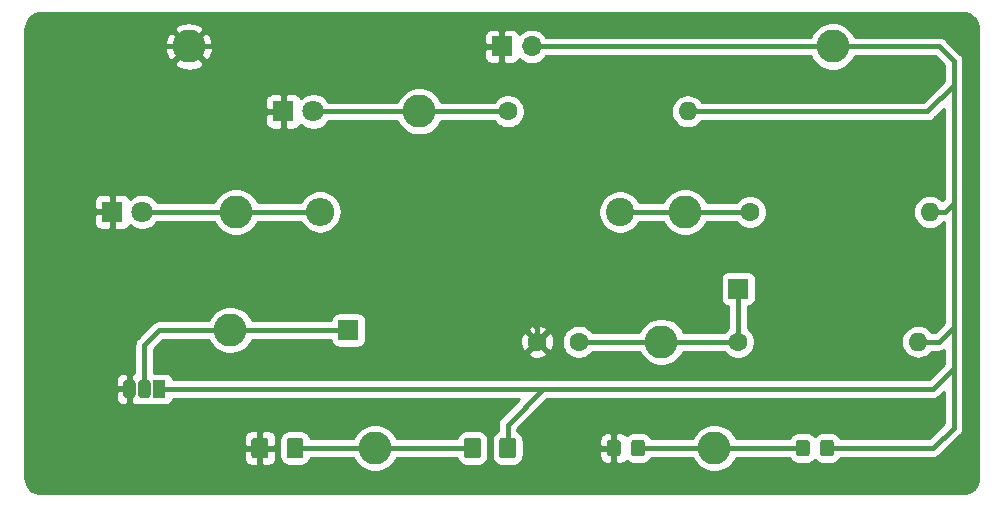
<source format=gbr>
G04 #@! TF.GenerationSoftware,KiCad,Pcbnew,(5.1.0)-1*
G04 #@! TF.CreationDate,2021-02-10T11:26:08+01:00*
G04 #@! TF.ProjectId,L_thilfeV1,4cf67468-696c-4666-9556-312e6b696361,rev?*
G04 #@! TF.SameCoordinates,Original*
G04 #@! TF.FileFunction,Copper,L1,Top*
G04 #@! TF.FilePolarity,Positive*
%FSLAX46Y46*%
G04 Gerber Fmt 4.6, Leading zero omitted, Abs format (unit mm)*
G04 Created by KiCad (PCBNEW (5.1.0)-1) date 2021-02-10 11:26:08*
%MOMM*%
%LPD*%
G04 APERTURE LIST*
%ADD10C,0.100000*%
%ADD11C,1.425000*%
%ADD12C,2.800000*%
%ADD13O,1.700000X1.700000*%
%ADD14R,1.700000X1.700000*%
%ADD15O,2.400000X2.400000*%
%ADD16C,2.400000*%
%ADD17C,1.800000*%
%ADD18R,1.800000X1.800000*%
%ADD19R,1.050000X1.500000*%
%ADD20C,1.050000*%
%ADD21C,1.600000*%
%ADD22O,1.600000X1.600000*%
%ADD23C,1.150000*%
%ADD24C,0.400000*%
%ADD25C,0.254000*%
G04 APERTURE END LIST*
D10*
G36*
X140974504Y-64626204D02*
G01*
X140998773Y-64629804D01*
X141022571Y-64635765D01*
X141045671Y-64644030D01*
X141067849Y-64654520D01*
X141088893Y-64667133D01*
X141108598Y-64681747D01*
X141126777Y-64698223D01*
X141143253Y-64716402D01*
X141157867Y-64736107D01*
X141170480Y-64757151D01*
X141180970Y-64779329D01*
X141189235Y-64802429D01*
X141195196Y-64826227D01*
X141198796Y-64850496D01*
X141200000Y-64875000D01*
X141200000Y-66125000D01*
X141198796Y-66149504D01*
X141195196Y-66173773D01*
X141189235Y-66197571D01*
X141180970Y-66220671D01*
X141170480Y-66242849D01*
X141157867Y-66263893D01*
X141143253Y-66283598D01*
X141126777Y-66301777D01*
X141108598Y-66318253D01*
X141088893Y-66332867D01*
X141067849Y-66345480D01*
X141045671Y-66355970D01*
X141022571Y-66364235D01*
X140998773Y-66370196D01*
X140974504Y-66373796D01*
X140950000Y-66375000D01*
X140025000Y-66375000D01*
X140000496Y-66373796D01*
X139976227Y-66370196D01*
X139952429Y-66364235D01*
X139929329Y-66355970D01*
X139907151Y-66345480D01*
X139886107Y-66332867D01*
X139866402Y-66318253D01*
X139848223Y-66301777D01*
X139831747Y-66283598D01*
X139817133Y-66263893D01*
X139804520Y-66242849D01*
X139794030Y-66220671D01*
X139785765Y-66197571D01*
X139779804Y-66173773D01*
X139776204Y-66149504D01*
X139775000Y-66125000D01*
X139775000Y-64875000D01*
X139776204Y-64850496D01*
X139779804Y-64826227D01*
X139785765Y-64802429D01*
X139794030Y-64779329D01*
X139804520Y-64757151D01*
X139817133Y-64736107D01*
X139831747Y-64716402D01*
X139848223Y-64698223D01*
X139866402Y-64681747D01*
X139886107Y-64667133D01*
X139907151Y-64654520D01*
X139929329Y-64644030D01*
X139952429Y-64635765D01*
X139976227Y-64629804D01*
X140000496Y-64626204D01*
X140025000Y-64625000D01*
X140950000Y-64625000D01*
X140974504Y-64626204D01*
X140974504Y-64626204D01*
G37*
D11*
X140487500Y-65500000D03*
D10*
G36*
X137999504Y-64626204D02*
G01*
X138023773Y-64629804D01*
X138047571Y-64635765D01*
X138070671Y-64644030D01*
X138092849Y-64654520D01*
X138113893Y-64667133D01*
X138133598Y-64681747D01*
X138151777Y-64698223D01*
X138168253Y-64716402D01*
X138182867Y-64736107D01*
X138195480Y-64757151D01*
X138205970Y-64779329D01*
X138214235Y-64802429D01*
X138220196Y-64826227D01*
X138223796Y-64850496D01*
X138225000Y-64875000D01*
X138225000Y-66125000D01*
X138223796Y-66149504D01*
X138220196Y-66173773D01*
X138214235Y-66197571D01*
X138205970Y-66220671D01*
X138195480Y-66242849D01*
X138182867Y-66263893D01*
X138168253Y-66283598D01*
X138151777Y-66301777D01*
X138133598Y-66318253D01*
X138113893Y-66332867D01*
X138092849Y-66345480D01*
X138070671Y-66355970D01*
X138047571Y-66364235D01*
X138023773Y-66370196D01*
X137999504Y-66373796D01*
X137975000Y-66375000D01*
X137050000Y-66375000D01*
X137025496Y-66373796D01*
X137001227Y-66370196D01*
X136977429Y-66364235D01*
X136954329Y-66355970D01*
X136932151Y-66345480D01*
X136911107Y-66332867D01*
X136891402Y-66318253D01*
X136873223Y-66301777D01*
X136856747Y-66283598D01*
X136842133Y-66263893D01*
X136829520Y-66242849D01*
X136819030Y-66220671D01*
X136810765Y-66197571D01*
X136804804Y-66173773D01*
X136801204Y-66149504D01*
X136800000Y-66125000D01*
X136800000Y-64875000D01*
X136801204Y-64850496D01*
X136804804Y-64826227D01*
X136810765Y-64802429D01*
X136819030Y-64779329D01*
X136829520Y-64757151D01*
X136842133Y-64736107D01*
X136856747Y-64716402D01*
X136873223Y-64698223D01*
X136891402Y-64681747D01*
X136911107Y-64667133D01*
X136932151Y-64654520D01*
X136954329Y-64644030D01*
X136977429Y-64635765D01*
X137001227Y-64629804D01*
X137025496Y-64626204D01*
X137050000Y-64625000D01*
X137975000Y-64625000D01*
X137999504Y-64626204D01*
X137999504Y-64626204D01*
G37*
D11*
X137512500Y-65500000D03*
D12*
X153500000Y-56500000D03*
X117000000Y-55500000D03*
X113500000Y-31500000D03*
X117500000Y-45500000D03*
X133000000Y-37000000D03*
X158000000Y-65500000D03*
X129250000Y-65500000D03*
X155500000Y-45500000D03*
X168000000Y-31500000D03*
D13*
X142540000Y-31500000D03*
D14*
X140000000Y-31500000D03*
D15*
X124600000Y-45500000D03*
D16*
X150000000Y-45500000D03*
D17*
X124040000Y-37000000D03*
D18*
X121500000Y-37000000D03*
D19*
X111000000Y-60500000D03*
D10*
G36*
X108748229Y-59751264D02*
G01*
X108773711Y-59755044D01*
X108798700Y-59761303D01*
X108822954Y-59769982D01*
X108846242Y-59780996D01*
X108868337Y-59794239D01*
X108889028Y-59809585D01*
X108908116Y-59826884D01*
X108925415Y-59845972D01*
X108940761Y-59866663D01*
X108954004Y-59888758D01*
X108965018Y-59912046D01*
X108973697Y-59936300D01*
X108979956Y-59961289D01*
X108983736Y-59986771D01*
X108985000Y-60012500D01*
X108985000Y-60987500D01*
X108983736Y-61013229D01*
X108979956Y-61038711D01*
X108973697Y-61063700D01*
X108965018Y-61087954D01*
X108954004Y-61111242D01*
X108940761Y-61133337D01*
X108925415Y-61154028D01*
X108908116Y-61173116D01*
X108889028Y-61190415D01*
X108868337Y-61205761D01*
X108846242Y-61219004D01*
X108822954Y-61230018D01*
X108798700Y-61238697D01*
X108773711Y-61244956D01*
X108748229Y-61248736D01*
X108722500Y-61250000D01*
X108197500Y-61250000D01*
X108171771Y-61248736D01*
X108146289Y-61244956D01*
X108121300Y-61238697D01*
X108097046Y-61230018D01*
X108073758Y-61219004D01*
X108051663Y-61205761D01*
X108030972Y-61190415D01*
X108011884Y-61173116D01*
X107994585Y-61154028D01*
X107979239Y-61133337D01*
X107965996Y-61111242D01*
X107954982Y-61087954D01*
X107946303Y-61063700D01*
X107940044Y-61038711D01*
X107936264Y-61013229D01*
X107935000Y-60987500D01*
X107935000Y-60012500D01*
X107936264Y-59986771D01*
X107940044Y-59961289D01*
X107946303Y-59936300D01*
X107954982Y-59912046D01*
X107965996Y-59888758D01*
X107979239Y-59866663D01*
X107994585Y-59845972D01*
X108011884Y-59826884D01*
X108030972Y-59809585D01*
X108051663Y-59794239D01*
X108073758Y-59780996D01*
X108097046Y-59769982D01*
X108121300Y-59761303D01*
X108146289Y-59755044D01*
X108171771Y-59751264D01*
X108197500Y-59750000D01*
X108722500Y-59750000D01*
X108748229Y-59751264D01*
X108748229Y-59751264D01*
G37*
D20*
X108460000Y-60500000D03*
D10*
G36*
X110018229Y-59751264D02*
G01*
X110043711Y-59755044D01*
X110068700Y-59761303D01*
X110092954Y-59769982D01*
X110116242Y-59780996D01*
X110138337Y-59794239D01*
X110159028Y-59809585D01*
X110178116Y-59826884D01*
X110195415Y-59845972D01*
X110210761Y-59866663D01*
X110224004Y-59888758D01*
X110235018Y-59912046D01*
X110243697Y-59936300D01*
X110249956Y-59961289D01*
X110253736Y-59986771D01*
X110255000Y-60012500D01*
X110255000Y-60987500D01*
X110253736Y-61013229D01*
X110249956Y-61038711D01*
X110243697Y-61063700D01*
X110235018Y-61087954D01*
X110224004Y-61111242D01*
X110210761Y-61133337D01*
X110195415Y-61154028D01*
X110178116Y-61173116D01*
X110159028Y-61190415D01*
X110138337Y-61205761D01*
X110116242Y-61219004D01*
X110092954Y-61230018D01*
X110068700Y-61238697D01*
X110043711Y-61244956D01*
X110018229Y-61248736D01*
X109992500Y-61250000D01*
X109467500Y-61250000D01*
X109441771Y-61248736D01*
X109416289Y-61244956D01*
X109391300Y-61238697D01*
X109367046Y-61230018D01*
X109343758Y-61219004D01*
X109321663Y-61205761D01*
X109300972Y-61190415D01*
X109281884Y-61173116D01*
X109264585Y-61154028D01*
X109249239Y-61133337D01*
X109235996Y-61111242D01*
X109224982Y-61087954D01*
X109216303Y-61063700D01*
X109210044Y-61038711D01*
X109206264Y-61013229D01*
X109205000Y-60987500D01*
X109205000Y-60012500D01*
X109206264Y-59986771D01*
X109210044Y-59961289D01*
X109216303Y-59936300D01*
X109224982Y-59912046D01*
X109235996Y-59888758D01*
X109249239Y-59866663D01*
X109264585Y-59845972D01*
X109281884Y-59826884D01*
X109300972Y-59809585D01*
X109321663Y-59794239D01*
X109343758Y-59780996D01*
X109367046Y-59769982D01*
X109391300Y-59761303D01*
X109416289Y-59755044D01*
X109441771Y-59751264D01*
X109467500Y-59750000D01*
X109992500Y-59750000D01*
X110018229Y-59751264D01*
X110018229Y-59751264D01*
G37*
D20*
X109730000Y-60500000D03*
D21*
X143000000Y-56500000D03*
X146500000Y-56500000D03*
D22*
X175240000Y-56500000D03*
D21*
X160000000Y-56500000D03*
D22*
X155740000Y-37000000D03*
D21*
X140500000Y-37000000D03*
D22*
X176240000Y-45500000D03*
D21*
X161000000Y-45500000D03*
D10*
G36*
X167874505Y-64801204D02*
G01*
X167898773Y-64804804D01*
X167922572Y-64810765D01*
X167945671Y-64819030D01*
X167967850Y-64829520D01*
X167988893Y-64842132D01*
X168008599Y-64856747D01*
X168026777Y-64873223D01*
X168043253Y-64891401D01*
X168057868Y-64911107D01*
X168070480Y-64932150D01*
X168080970Y-64954329D01*
X168089235Y-64977428D01*
X168095196Y-65001227D01*
X168098796Y-65025495D01*
X168100000Y-65049999D01*
X168100000Y-65950001D01*
X168098796Y-65974505D01*
X168095196Y-65998773D01*
X168089235Y-66022572D01*
X168080970Y-66045671D01*
X168070480Y-66067850D01*
X168057868Y-66088893D01*
X168043253Y-66108599D01*
X168026777Y-66126777D01*
X168008599Y-66143253D01*
X167988893Y-66157868D01*
X167967850Y-66170480D01*
X167945671Y-66180970D01*
X167922572Y-66189235D01*
X167898773Y-66195196D01*
X167874505Y-66198796D01*
X167850001Y-66200000D01*
X167199999Y-66200000D01*
X167175495Y-66198796D01*
X167151227Y-66195196D01*
X167127428Y-66189235D01*
X167104329Y-66180970D01*
X167082150Y-66170480D01*
X167061107Y-66157868D01*
X167041401Y-66143253D01*
X167023223Y-66126777D01*
X167006747Y-66108599D01*
X166992132Y-66088893D01*
X166979520Y-66067850D01*
X166969030Y-66045671D01*
X166960765Y-66022572D01*
X166954804Y-65998773D01*
X166951204Y-65974505D01*
X166950000Y-65950001D01*
X166950000Y-65049999D01*
X166951204Y-65025495D01*
X166954804Y-65001227D01*
X166960765Y-64977428D01*
X166969030Y-64954329D01*
X166979520Y-64932150D01*
X166992132Y-64911107D01*
X167006747Y-64891401D01*
X167023223Y-64873223D01*
X167041401Y-64856747D01*
X167061107Y-64842132D01*
X167082150Y-64829520D01*
X167104329Y-64819030D01*
X167127428Y-64810765D01*
X167151227Y-64804804D01*
X167175495Y-64801204D01*
X167199999Y-64800000D01*
X167850001Y-64800000D01*
X167874505Y-64801204D01*
X167874505Y-64801204D01*
G37*
D23*
X167525000Y-65500000D03*
D10*
G36*
X165824505Y-64801204D02*
G01*
X165848773Y-64804804D01*
X165872572Y-64810765D01*
X165895671Y-64819030D01*
X165917850Y-64829520D01*
X165938893Y-64842132D01*
X165958599Y-64856747D01*
X165976777Y-64873223D01*
X165993253Y-64891401D01*
X166007868Y-64911107D01*
X166020480Y-64932150D01*
X166030970Y-64954329D01*
X166039235Y-64977428D01*
X166045196Y-65001227D01*
X166048796Y-65025495D01*
X166050000Y-65049999D01*
X166050000Y-65950001D01*
X166048796Y-65974505D01*
X166045196Y-65998773D01*
X166039235Y-66022572D01*
X166030970Y-66045671D01*
X166020480Y-66067850D01*
X166007868Y-66088893D01*
X165993253Y-66108599D01*
X165976777Y-66126777D01*
X165958599Y-66143253D01*
X165938893Y-66157868D01*
X165917850Y-66170480D01*
X165895671Y-66180970D01*
X165872572Y-66189235D01*
X165848773Y-66195196D01*
X165824505Y-66198796D01*
X165800001Y-66200000D01*
X165149999Y-66200000D01*
X165125495Y-66198796D01*
X165101227Y-66195196D01*
X165077428Y-66189235D01*
X165054329Y-66180970D01*
X165032150Y-66170480D01*
X165011107Y-66157868D01*
X164991401Y-66143253D01*
X164973223Y-66126777D01*
X164956747Y-66108599D01*
X164942132Y-66088893D01*
X164929520Y-66067850D01*
X164919030Y-66045671D01*
X164910765Y-66022572D01*
X164904804Y-65998773D01*
X164901204Y-65974505D01*
X164900000Y-65950001D01*
X164900000Y-65049999D01*
X164901204Y-65025495D01*
X164904804Y-65001227D01*
X164910765Y-64977428D01*
X164919030Y-64954329D01*
X164929520Y-64932150D01*
X164942132Y-64911107D01*
X164956747Y-64891401D01*
X164973223Y-64873223D01*
X164991401Y-64856747D01*
X165011107Y-64842132D01*
X165032150Y-64829520D01*
X165054329Y-64819030D01*
X165077428Y-64810765D01*
X165101227Y-64804804D01*
X165125495Y-64801204D01*
X165149999Y-64800000D01*
X165800001Y-64800000D01*
X165824505Y-64801204D01*
X165824505Y-64801204D01*
G37*
D23*
X165475000Y-65500000D03*
D14*
X127000000Y-55500000D03*
X160000000Y-52000000D03*
D17*
X109540000Y-45500000D03*
D18*
X107000000Y-45500000D03*
D10*
G36*
X151874505Y-64801204D02*
G01*
X151898773Y-64804804D01*
X151922572Y-64810765D01*
X151945671Y-64819030D01*
X151967850Y-64829520D01*
X151988893Y-64842132D01*
X152008599Y-64856747D01*
X152026777Y-64873223D01*
X152043253Y-64891401D01*
X152057868Y-64911107D01*
X152070480Y-64932150D01*
X152080970Y-64954329D01*
X152089235Y-64977428D01*
X152095196Y-65001227D01*
X152098796Y-65025495D01*
X152100000Y-65049999D01*
X152100000Y-65950001D01*
X152098796Y-65974505D01*
X152095196Y-65998773D01*
X152089235Y-66022572D01*
X152080970Y-66045671D01*
X152070480Y-66067850D01*
X152057868Y-66088893D01*
X152043253Y-66108599D01*
X152026777Y-66126777D01*
X152008599Y-66143253D01*
X151988893Y-66157868D01*
X151967850Y-66170480D01*
X151945671Y-66180970D01*
X151922572Y-66189235D01*
X151898773Y-66195196D01*
X151874505Y-66198796D01*
X151850001Y-66200000D01*
X151199999Y-66200000D01*
X151175495Y-66198796D01*
X151151227Y-66195196D01*
X151127428Y-66189235D01*
X151104329Y-66180970D01*
X151082150Y-66170480D01*
X151061107Y-66157868D01*
X151041401Y-66143253D01*
X151023223Y-66126777D01*
X151006747Y-66108599D01*
X150992132Y-66088893D01*
X150979520Y-66067850D01*
X150969030Y-66045671D01*
X150960765Y-66022572D01*
X150954804Y-65998773D01*
X150951204Y-65974505D01*
X150950000Y-65950001D01*
X150950000Y-65049999D01*
X150951204Y-65025495D01*
X150954804Y-65001227D01*
X150960765Y-64977428D01*
X150969030Y-64954329D01*
X150979520Y-64932150D01*
X150992132Y-64911107D01*
X151006747Y-64891401D01*
X151023223Y-64873223D01*
X151041401Y-64856747D01*
X151061107Y-64842132D01*
X151082150Y-64829520D01*
X151104329Y-64819030D01*
X151127428Y-64810765D01*
X151151227Y-64804804D01*
X151175495Y-64801204D01*
X151199999Y-64800000D01*
X151850001Y-64800000D01*
X151874505Y-64801204D01*
X151874505Y-64801204D01*
G37*
D23*
X151525000Y-65500000D03*
D10*
G36*
X149824505Y-64801204D02*
G01*
X149848773Y-64804804D01*
X149872572Y-64810765D01*
X149895671Y-64819030D01*
X149917850Y-64829520D01*
X149938893Y-64842132D01*
X149958599Y-64856747D01*
X149976777Y-64873223D01*
X149993253Y-64891401D01*
X150007868Y-64911107D01*
X150020480Y-64932150D01*
X150030970Y-64954329D01*
X150039235Y-64977428D01*
X150045196Y-65001227D01*
X150048796Y-65025495D01*
X150050000Y-65049999D01*
X150050000Y-65950001D01*
X150048796Y-65974505D01*
X150045196Y-65998773D01*
X150039235Y-66022572D01*
X150030970Y-66045671D01*
X150020480Y-66067850D01*
X150007868Y-66088893D01*
X149993253Y-66108599D01*
X149976777Y-66126777D01*
X149958599Y-66143253D01*
X149938893Y-66157868D01*
X149917850Y-66170480D01*
X149895671Y-66180970D01*
X149872572Y-66189235D01*
X149848773Y-66195196D01*
X149824505Y-66198796D01*
X149800001Y-66200000D01*
X149149999Y-66200000D01*
X149125495Y-66198796D01*
X149101227Y-66195196D01*
X149077428Y-66189235D01*
X149054329Y-66180970D01*
X149032150Y-66170480D01*
X149011107Y-66157868D01*
X148991401Y-66143253D01*
X148973223Y-66126777D01*
X148956747Y-66108599D01*
X148942132Y-66088893D01*
X148929520Y-66067850D01*
X148919030Y-66045671D01*
X148910765Y-66022572D01*
X148904804Y-65998773D01*
X148901204Y-65974505D01*
X148900000Y-65950001D01*
X148900000Y-65049999D01*
X148901204Y-65025495D01*
X148904804Y-65001227D01*
X148910765Y-64977428D01*
X148919030Y-64954329D01*
X148929520Y-64932150D01*
X148942132Y-64911107D01*
X148956747Y-64891401D01*
X148973223Y-64873223D01*
X148991401Y-64856747D01*
X149011107Y-64842132D01*
X149032150Y-64829520D01*
X149054329Y-64819030D01*
X149077428Y-64810765D01*
X149101227Y-64804804D01*
X149125495Y-64801204D01*
X149149999Y-64800000D01*
X149800001Y-64800000D01*
X149824505Y-64801204D01*
X149824505Y-64801204D01*
G37*
D23*
X149475000Y-65500000D03*
D10*
G36*
X122974504Y-64626204D02*
G01*
X122998773Y-64629804D01*
X123022571Y-64635765D01*
X123045671Y-64644030D01*
X123067849Y-64654520D01*
X123088893Y-64667133D01*
X123108598Y-64681747D01*
X123126777Y-64698223D01*
X123143253Y-64716402D01*
X123157867Y-64736107D01*
X123170480Y-64757151D01*
X123180970Y-64779329D01*
X123189235Y-64802429D01*
X123195196Y-64826227D01*
X123198796Y-64850496D01*
X123200000Y-64875000D01*
X123200000Y-66125000D01*
X123198796Y-66149504D01*
X123195196Y-66173773D01*
X123189235Y-66197571D01*
X123180970Y-66220671D01*
X123170480Y-66242849D01*
X123157867Y-66263893D01*
X123143253Y-66283598D01*
X123126777Y-66301777D01*
X123108598Y-66318253D01*
X123088893Y-66332867D01*
X123067849Y-66345480D01*
X123045671Y-66355970D01*
X123022571Y-66364235D01*
X122998773Y-66370196D01*
X122974504Y-66373796D01*
X122950000Y-66375000D01*
X122025000Y-66375000D01*
X122000496Y-66373796D01*
X121976227Y-66370196D01*
X121952429Y-66364235D01*
X121929329Y-66355970D01*
X121907151Y-66345480D01*
X121886107Y-66332867D01*
X121866402Y-66318253D01*
X121848223Y-66301777D01*
X121831747Y-66283598D01*
X121817133Y-66263893D01*
X121804520Y-66242849D01*
X121794030Y-66220671D01*
X121785765Y-66197571D01*
X121779804Y-66173773D01*
X121776204Y-66149504D01*
X121775000Y-66125000D01*
X121775000Y-64875000D01*
X121776204Y-64850496D01*
X121779804Y-64826227D01*
X121785765Y-64802429D01*
X121794030Y-64779329D01*
X121804520Y-64757151D01*
X121817133Y-64736107D01*
X121831747Y-64716402D01*
X121848223Y-64698223D01*
X121866402Y-64681747D01*
X121886107Y-64667133D01*
X121907151Y-64654520D01*
X121929329Y-64644030D01*
X121952429Y-64635765D01*
X121976227Y-64629804D01*
X122000496Y-64626204D01*
X122025000Y-64625000D01*
X122950000Y-64625000D01*
X122974504Y-64626204D01*
X122974504Y-64626204D01*
G37*
D11*
X122487500Y-65500000D03*
D10*
G36*
X119999504Y-64626204D02*
G01*
X120023773Y-64629804D01*
X120047571Y-64635765D01*
X120070671Y-64644030D01*
X120092849Y-64654520D01*
X120113893Y-64667133D01*
X120133598Y-64681747D01*
X120151777Y-64698223D01*
X120168253Y-64716402D01*
X120182867Y-64736107D01*
X120195480Y-64757151D01*
X120205970Y-64779329D01*
X120214235Y-64802429D01*
X120220196Y-64826227D01*
X120223796Y-64850496D01*
X120225000Y-64875000D01*
X120225000Y-66125000D01*
X120223796Y-66149504D01*
X120220196Y-66173773D01*
X120214235Y-66197571D01*
X120205970Y-66220671D01*
X120195480Y-66242849D01*
X120182867Y-66263893D01*
X120168253Y-66283598D01*
X120151777Y-66301777D01*
X120133598Y-66318253D01*
X120113893Y-66332867D01*
X120092849Y-66345480D01*
X120070671Y-66355970D01*
X120047571Y-66364235D01*
X120023773Y-66370196D01*
X119999504Y-66373796D01*
X119975000Y-66375000D01*
X119050000Y-66375000D01*
X119025496Y-66373796D01*
X119001227Y-66370196D01*
X118977429Y-66364235D01*
X118954329Y-66355970D01*
X118932151Y-66345480D01*
X118911107Y-66332867D01*
X118891402Y-66318253D01*
X118873223Y-66301777D01*
X118856747Y-66283598D01*
X118842133Y-66263893D01*
X118829520Y-66242849D01*
X118819030Y-66220671D01*
X118810765Y-66197571D01*
X118804804Y-66173773D01*
X118801204Y-66149504D01*
X118800000Y-66125000D01*
X118800000Y-64875000D01*
X118801204Y-64850496D01*
X118804804Y-64826227D01*
X118810765Y-64802429D01*
X118819030Y-64779329D01*
X118829520Y-64757151D01*
X118842133Y-64736107D01*
X118856747Y-64716402D01*
X118873223Y-64698223D01*
X118891402Y-64681747D01*
X118911107Y-64667133D01*
X118932151Y-64654520D01*
X118954329Y-64644030D01*
X118977429Y-64635765D01*
X119001227Y-64629804D01*
X119025496Y-64626204D01*
X119050000Y-64625000D01*
X119975000Y-64625000D01*
X119999504Y-64626204D01*
X119999504Y-64626204D01*
G37*
D11*
X119512500Y-65500000D03*
D24*
X136700000Y-65500000D02*
X122487500Y-65500000D01*
X137512500Y-65500000D02*
X136700000Y-65500000D01*
X119475000Y-65537500D02*
X119512500Y-65500000D01*
X105000000Y-60500000D02*
X108460000Y-60500000D01*
X102500000Y-58000000D02*
X105000000Y-60500000D01*
X102500000Y-58000000D02*
X102500000Y-63000000D01*
X105000000Y-65500000D02*
X119512500Y-65500000D01*
X102500000Y-63000000D02*
X105000000Y-65500000D01*
X149475000Y-67025000D02*
X149475000Y-65500000D01*
X147500000Y-69000000D02*
X149475000Y-67025000D01*
X105000000Y-69000000D02*
X147500000Y-69000000D01*
X102500000Y-63000000D02*
X102500000Y-66500000D01*
X102500000Y-66500000D02*
X105000000Y-69000000D01*
X143000000Y-55368630D02*
X139131370Y-51500000D01*
X143000000Y-56500000D02*
X143000000Y-55368630D01*
X139131370Y-51500000D02*
X104000000Y-51500000D01*
X102500000Y-50000000D02*
X102500000Y-49000000D01*
X104000000Y-51500000D02*
X102500000Y-50000000D01*
X102500000Y-45500000D02*
X102500000Y-49000000D01*
X102500000Y-49000000D02*
X102500000Y-58000000D01*
X104500000Y-45500000D02*
X102500000Y-43500000D01*
X107000000Y-45500000D02*
X104500000Y-45500000D01*
X102500000Y-45500000D02*
X102500000Y-43500000D01*
X102500000Y-37000000D02*
X102500000Y-43500000D01*
X104250000Y-37000000D02*
X102500000Y-35250000D01*
X121500000Y-37000000D02*
X104250000Y-37000000D01*
X102500000Y-37000000D02*
X102500000Y-35250000D01*
X102500000Y-33000000D02*
X102500000Y-35250000D01*
X140000000Y-31500000D02*
X104000000Y-31500000D01*
X104000000Y-31500000D02*
X102500000Y-33000000D01*
X151525000Y-65500000D02*
X165475000Y-65500000D01*
X124040000Y-37000000D02*
X133000000Y-37000000D01*
X140500000Y-37000000D02*
X133000000Y-37000000D01*
X124600000Y-45500000D02*
X109540000Y-45500000D01*
X160000000Y-56500000D02*
X158868630Y-56500000D01*
X160000000Y-56500000D02*
X160000000Y-52000000D01*
X158868630Y-56500000D02*
X146500000Y-56500000D01*
X127000000Y-55500000D02*
X117000000Y-55500000D01*
X109730000Y-60500000D02*
X109730000Y-56770000D01*
X111000000Y-55500000D02*
X117000000Y-55500000D01*
X109730000Y-56770000D02*
X111000000Y-55500000D01*
X176500000Y-65500000D02*
X167525000Y-65500000D01*
X178240000Y-63760000D02*
X176500000Y-65500000D01*
X178240000Y-56500000D02*
X178240000Y-58740000D01*
X178240000Y-58740000D02*
X178240000Y-63760000D01*
X140487500Y-63512500D02*
X143500000Y-60500000D01*
X140487500Y-65500000D02*
X140487500Y-63512500D01*
X111000000Y-60500000D02*
X143500000Y-60500000D01*
X143500000Y-60500000D02*
X176480000Y-60500000D01*
X176000000Y-37000000D02*
X178240000Y-34760000D01*
X155740000Y-37000000D02*
X176000000Y-37000000D01*
X162000000Y-31500000D02*
X168000000Y-31500000D01*
X142540000Y-31500000D02*
X162000000Y-31500000D01*
X176000000Y-31500000D02*
X168000000Y-31500000D01*
X176980000Y-56500000D02*
X178240000Y-55240000D01*
X175240000Y-56500000D02*
X176980000Y-56500000D01*
X178240000Y-56500000D02*
X178240000Y-55240000D01*
X178240000Y-55240000D02*
X178240000Y-45500000D01*
X177500000Y-45500000D02*
X178240000Y-44760000D01*
X176240000Y-45500000D02*
X177500000Y-45500000D01*
X178240000Y-34760000D02*
X178240000Y-44760000D01*
X178240000Y-44760000D02*
X178240000Y-45500000D01*
X176480000Y-60500000D02*
X178240000Y-58740000D01*
X178240000Y-34760000D02*
X178240000Y-32740000D01*
X177000000Y-31500000D02*
X176000000Y-31500000D01*
X178240000Y-32740000D02*
X177000000Y-31500000D01*
X161000000Y-45500000D02*
X150000000Y-45500000D01*
D25*
G36*
X179259659Y-28688625D02*
G01*
X179509429Y-28764035D01*
X179739792Y-28886522D01*
X179941980Y-29051422D01*
X180108286Y-29252450D01*
X180232378Y-29481954D01*
X180309531Y-29731195D01*
X180340000Y-30021089D01*
X180340001Y-34467572D01*
X180340000Y-34467582D01*
X180340001Y-67967711D01*
X180311375Y-68259660D01*
X180235965Y-68509429D01*
X180113477Y-68739794D01*
X179948579Y-68941979D01*
X179747546Y-69108288D01*
X179518046Y-69232378D01*
X179268805Y-69309531D01*
X178978911Y-69340000D01*
X101032279Y-69340000D01*
X100740340Y-69311375D01*
X100490571Y-69235965D01*
X100260206Y-69113477D01*
X100058021Y-68948579D01*
X99891712Y-68747546D01*
X99767622Y-68518046D01*
X99690469Y-68268805D01*
X99660000Y-67978911D01*
X99660000Y-66375000D01*
X118161928Y-66375000D01*
X118174188Y-66499482D01*
X118210498Y-66619180D01*
X118269463Y-66729494D01*
X118348815Y-66826185D01*
X118445506Y-66905537D01*
X118555820Y-66964502D01*
X118675518Y-67000812D01*
X118800000Y-67013072D01*
X119226750Y-67010000D01*
X119385500Y-66851250D01*
X119385500Y-65627000D01*
X119639500Y-65627000D01*
X119639500Y-66851250D01*
X119798250Y-67010000D01*
X120225000Y-67013072D01*
X120349482Y-67000812D01*
X120469180Y-66964502D01*
X120579494Y-66905537D01*
X120676185Y-66826185D01*
X120755537Y-66729494D01*
X120814502Y-66619180D01*
X120850812Y-66499482D01*
X120863072Y-66375000D01*
X120860000Y-65785750D01*
X120701250Y-65627000D01*
X119639500Y-65627000D01*
X119385500Y-65627000D01*
X118323750Y-65627000D01*
X118165000Y-65785750D01*
X118161928Y-66375000D01*
X99660000Y-66375000D01*
X99660000Y-64625000D01*
X118161928Y-64625000D01*
X118165000Y-65214250D01*
X118323750Y-65373000D01*
X119385500Y-65373000D01*
X119385500Y-64148750D01*
X119639500Y-64148750D01*
X119639500Y-65373000D01*
X120701250Y-65373000D01*
X120860000Y-65214250D01*
X120861768Y-64875000D01*
X121136928Y-64875000D01*
X121136928Y-66125000D01*
X121153992Y-66298254D01*
X121204528Y-66464850D01*
X121286595Y-66618386D01*
X121397038Y-66752962D01*
X121531614Y-66863405D01*
X121685150Y-66945472D01*
X121851746Y-66996008D01*
X122025000Y-67013072D01*
X122950000Y-67013072D01*
X123123254Y-66996008D01*
X123289850Y-66945472D01*
X123443386Y-66863405D01*
X123577962Y-66752962D01*
X123688405Y-66618386D01*
X123770472Y-66464850D01*
X123809861Y-66335000D01*
X127393201Y-66335000D01*
X127446607Y-66463934D01*
X127669313Y-66797237D01*
X127952763Y-67080687D01*
X128286066Y-67303393D01*
X128656413Y-67456796D01*
X129049570Y-67535000D01*
X129450430Y-67535000D01*
X129843587Y-67456796D01*
X130213934Y-67303393D01*
X130547237Y-67080687D01*
X130830687Y-66797237D01*
X131053393Y-66463934D01*
X131106799Y-66335000D01*
X136190139Y-66335000D01*
X136229528Y-66464850D01*
X136311595Y-66618386D01*
X136422038Y-66752962D01*
X136556614Y-66863405D01*
X136710150Y-66945472D01*
X136876746Y-66996008D01*
X137050000Y-67013072D01*
X137975000Y-67013072D01*
X138148254Y-66996008D01*
X138314850Y-66945472D01*
X138468386Y-66863405D01*
X138602962Y-66752962D01*
X138713405Y-66618386D01*
X138795472Y-66464850D01*
X138846008Y-66298254D01*
X138863072Y-66125000D01*
X138863072Y-64875000D01*
X138846008Y-64701746D01*
X138795472Y-64535150D01*
X138713405Y-64381614D01*
X138602962Y-64247038D01*
X138468386Y-64136595D01*
X138314850Y-64054528D01*
X138148254Y-64003992D01*
X137975000Y-63986928D01*
X137050000Y-63986928D01*
X136876746Y-64003992D01*
X136710150Y-64054528D01*
X136556614Y-64136595D01*
X136422038Y-64247038D01*
X136311595Y-64381614D01*
X136229528Y-64535150D01*
X136190139Y-64665000D01*
X131106799Y-64665000D01*
X131053393Y-64536066D01*
X130830687Y-64202763D01*
X130547237Y-63919313D01*
X130213934Y-63696607D01*
X129843587Y-63543204D01*
X129450430Y-63465000D01*
X129049570Y-63465000D01*
X128656413Y-63543204D01*
X128286066Y-63696607D01*
X127952763Y-63919313D01*
X127669313Y-64202763D01*
X127446607Y-64536066D01*
X127393201Y-64665000D01*
X123809861Y-64665000D01*
X123770472Y-64535150D01*
X123688405Y-64381614D01*
X123577962Y-64247038D01*
X123443386Y-64136595D01*
X123289850Y-64054528D01*
X123123254Y-64003992D01*
X122950000Y-63986928D01*
X122025000Y-63986928D01*
X121851746Y-64003992D01*
X121685150Y-64054528D01*
X121531614Y-64136595D01*
X121397038Y-64247038D01*
X121286595Y-64381614D01*
X121204528Y-64535150D01*
X121153992Y-64701746D01*
X121136928Y-64875000D01*
X120861768Y-64875000D01*
X120863072Y-64625000D01*
X120850812Y-64500518D01*
X120814502Y-64380820D01*
X120755537Y-64270506D01*
X120676185Y-64173815D01*
X120579494Y-64094463D01*
X120469180Y-64035498D01*
X120349482Y-63999188D01*
X120225000Y-63986928D01*
X119798250Y-63990000D01*
X119639500Y-64148750D01*
X119385500Y-64148750D01*
X119226750Y-63990000D01*
X118800000Y-63986928D01*
X118675518Y-63999188D01*
X118555820Y-64035498D01*
X118445506Y-64094463D01*
X118348815Y-64173815D01*
X118269463Y-64270506D01*
X118210498Y-64380820D01*
X118174188Y-64500518D01*
X118161928Y-64625000D01*
X99660000Y-64625000D01*
X99660000Y-61250000D01*
X107296928Y-61250000D01*
X107309188Y-61374482D01*
X107345498Y-61494180D01*
X107404463Y-61604494D01*
X107483815Y-61701185D01*
X107580506Y-61780537D01*
X107690820Y-61839502D01*
X107810518Y-61875812D01*
X107935000Y-61888072D01*
X108174250Y-61885000D01*
X108333000Y-61726250D01*
X108333000Y-60627000D01*
X107458750Y-60627000D01*
X107300000Y-60785750D01*
X107296928Y-61250000D01*
X99660000Y-61250000D01*
X99660000Y-59750000D01*
X107296928Y-59750000D01*
X107300000Y-60214250D01*
X107458750Y-60373000D01*
X108333000Y-60373000D01*
X108333000Y-60012500D01*
X108566928Y-60012500D01*
X108566928Y-60987500D01*
X108584232Y-61163193D01*
X108587000Y-61172318D01*
X108587000Y-61726250D01*
X108745750Y-61885000D01*
X108985000Y-61888072D01*
X109109482Y-61875812D01*
X109208959Y-61845636D01*
X109291807Y-61870768D01*
X109467500Y-61888072D01*
X109992500Y-61888072D01*
X110168193Y-61870768D01*
X110251041Y-61845636D01*
X110350518Y-61875812D01*
X110475000Y-61888072D01*
X111525000Y-61888072D01*
X111649482Y-61875812D01*
X111769180Y-61839502D01*
X111879494Y-61780537D01*
X111976185Y-61701185D01*
X112055537Y-61604494D01*
X112114502Y-61494180D01*
X112150812Y-61374482D01*
X112154701Y-61335000D01*
X141484132Y-61335000D01*
X139926074Y-62893059D01*
X139894210Y-62919209D01*
X139868062Y-62951071D01*
X139789864Y-63046355D01*
X139712328Y-63191414D01*
X139664582Y-63348812D01*
X139648460Y-63512500D01*
X139652501Y-63553528D01*
X139652501Y-64071979D01*
X139531614Y-64136595D01*
X139397038Y-64247038D01*
X139286595Y-64381614D01*
X139204528Y-64535150D01*
X139153992Y-64701746D01*
X139136928Y-64875000D01*
X139136928Y-66125000D01*
X139153992Y-66298254D01*
X139204528Y-66464850D01*
X139286595Y-66618386D01*
X139397038Y-66752962D01*
X139531614Y-66863405D01*
X139685150Y-66945472D01*
X139851746Y-66996008D01*
X140025000Y-67013072D01*
X140950000Y-67013072D01*
X141123254Y-66996008D01*
X141289850Y-66945472D01*
X141443386Y-66863405D01*
X141577962Y-66752962D01*
X141688405Y-66618386D01*
X141770472Y-66464850D01*
X141821008Y-66298254D01*
X141830685Y-66200000D01*
X148261928Y-66200000D01*
X148274188Y-66324482D01*
X148310498Y-66444180D01*
X148369463Y-66554494D01*
X148448815Y-66651185D01*
X148545506Y-66730537D01*
X148655820Y-66789502D01*
X148775518Y-66825812D01*
X148900000Y-66838072D01*
X149189250Y-66835000D01*
X149348000Y-66676250D01*
X149348000Y-65627000D01*
X148423750Y-65627000D01*
X148265000Y-65785750D01*
X148261928Y-66200000D01*
X141830685Y-66200000D01*
X141838072Y-66125000D01*
X141838072Y-64875000D01*
X141830686Y-64800000D01*
X148261928Y-64800000D01*
X148265000Y-65214250D01*
X148423750Y-65373000D01*
X149348000Y-65373000D01*
X149348000Y-64323750D01*
X149189250Y-64165000D01*
X148900000Y-64161928D01*
X148775518Y-64174188D01*
X148655820Y-64210498D01*
X148545506Y-64269463D01*
X148448815Y-64348815D01*
X148369463Y-64445506D01*
X148310498Y-64555820D01*
X148274188Y-64675518D01*
X148261928Y-64800000D01*
X141830686Y-64800000D01*
X141821008Y-64701746D01*
X141770472Y-64535150D01*
X141688405Y-64381614D01*
X141577962Y-64247038D01*
X141443386Y-64136595D01*
X141322500Y-64071980D01*
X141322500Y-63858367D01*
X143845868Y-61335000D01*
X176438982Y-61335000D01*
X176480000Y-61339040D01*
X176521018Y-61335000D01*
X176521019Y-61335000D01*
X176643689Y-61322918D01*
X176801087Y-61275172D01*
X176946146Y-61197636D01*
X177073291Y-61093291D01*
X177099446Y-61061421D01*
X177405000Y-60755867D01*
X177405001Y-63414130D01*
X176154133Y-64665000D01*
X168646339Y-64665000D01*
X168588405Y-64556613D01*
X168477962Y-64422038D01*
X168343387Y-64311595D01*
X168189851Y-64229528D01*
X168023255Y-64178992D01*
X167850001Y-64161928D01*
X167199999Y-64161928D01*
X167026745Y-64178992D01*
X166860149Y-64229528D01*
X166706613Y-64311595D01*
X166572038Y-64422038D01*
X166500000Y-64509816D01*
X166427962Y-64422038D01*
X166293387Y-64311595D01*
X166139851Y-64229528D01*
X165973255Y-64178992D01*
X165800001Y-64161928D01*
X165149999Y-64161928D01*
X164976745Y-64178992D01*
X164810149Y-64229528D01*
X164656613Y-64311595D01*
X164522038Y-64422038D01*
X164411595Y-64556613D01*
X164353661Y-64665000D01*
X159856799Y-64665000D01*
X159803393Y-64536066D01*
X159580687Y-64202763D01*
X159297237Y-63919313D01*
X158963934Y-63696607D01*
X158593587Y-63543204D01*
X158200430Y-63465000D01*
X157799570Y-63465000D01*
X157406413Y-63543204D01*
X157036066Y-63696607D01*
X156702763Y-63919313D01*
X156419313Y-64202763D01*
X156196607Y-64536066D01*
X156143201Y-64665000D01*
X152646339Y-64665000D01*
X152588405Y-64556613D01*
X152477962Y-64422038D01*
X152343387Y-64311595D01*
X152189851Y-64229528D01*
X152023255Y-64178992D01*
X151850001Y-64161928D01*
X151199999Y-64161928D01*
X151026745Y-64178992D01*
X150860149Y-64229528D01*
X150706613Y-64311595D01*
X150572038Y-64422038D01*
X150566658Y-64428594D01*
X150501185Y-64348815D01*
X150404494Y-64269463D01*
X150294180Y-64210498D01*
X150174482Y-64174188D01*
X150050000Y-64161928D01*
X149760750Y-64165000D01*
X149602000Y-64323750D01*
X149602000Y-65373000D01*
X149622000Y-65373000D01*
X149622000Y-65627000D01*
X149602000Y-65627000D01*
X149602000Y-66676250D01*
X149760750Y-66835000D01*
X150050000Y-66838072D01*
X150174482Y-66825812D01*
X150294180Y-66789502D01*
X150404494Y-66730537D01*
X150501185Y-66651185D01*
X150566658Y-66571406D01*
X150572038Y-66577962D01*
X150706613Y-66688405D01*
X150860149Y-66770472D01*
X151026745Y-66821008D01*
X151199999Y-66838072D01*
X151850001Y-66838072D01*
X152023255Y-66821008D01*
X152189851Y-66770472D01*
X152343387Y-66688405D01*
X152477962Y-66577962D01*
X152588405Y-66443387D01*
X152646339Y-66335000D01*
X156143201Y-66335000D01*
X156196607Y-66463934D01*
X156419313Y-66797237D01*
X156702763Y-67080687D01*
X157036066Y-67303393D01*
X157406413Y-67456796D01*
X157799570Y-67535000D01*
X158200430Y-67535000D01*
X158593587Y-67456796D01*
X158963934Y-67303393D01*
X159297237Y-67080687D01*
X159580687Y-66797237D01*
X159803393Y-66463934D01*
X159856799Y-66335000D01*
X164353661Y-66335000D01*
X164411595Y-66443387D01*
X164522038Y-66577962D01*
X164656613Y-66688405D01*
X164810149Y-66770472D01*
X164976745Y-66821008D01*
X165149999Y-66838072D01*
X165800001Y-66838072D01*
X165973255Y-66821008D01*
X166139851Y-66770472D01*
X166293387Y-66688405D01*
X166427962Y-66577962D01*
X166500000Y-66490184D01*
X166572038Y-66577962D01*
X166706613Y-66688405D01*
X166860149Y-66770472D01*
X167026745Y-66821008D01*
X167199999Y-66838072D01*
X167850001Y-66838072D01*
X168023255Y-66821008D01*
X168189851Y-66770472D01*
X168343387Y-66688405D01*
X168477962Y-66577962D01*
X168588405Y-66443387D01*
X168646339Y-66335000D01*
X176458982Y-66335000D01*
X176500000Y-66339040D01*
X176541018Y-66335000D01*
X176541019Y-66335000D01*
X176663689Y-66322918D01*
X176821087Y-66275172D01*
X176966146Y-66197636D01*
X177093291Y-66093291D01*
X177119446Y-66061421D01*
X178801432Y-64379437D01*
X178833291Y-64353291D01*
X178920491Y-64247038D01*
X178937636Y-64226146D01*
X179015172Y-64081087D01*
X179062918Y-63923688D01*
X179079040Y-63760000D01*
X179075000Y-63718982D01*
X179075000Y-58781019D01*
X179079040Y-58740000D01*
X179075000Y-58698981D01*
X179075000Y-55281018D01*
X179079040Y-55240001D01*
X179075000Y-55198981D01*
X179075000Y-44801019D01*
X179079040Y-44760001D01*
X179075000Y-44718981D01*
X179075000Y-34801009D01*
X179079039Y-34760001D01*
X179075000Y-34718993D01*
X179075000Y-32781018D01*
X179079040Y-32740000D01*
X179062918Y-32576311D01*
X179015172Y-32418913D01*
X178937636Y-32273854D01*
X178859439Y-32178570D01*
X178859437Y-32178568D01*
X178833291Y-32146709D01*
X178801432Y-32120563D01*
X177619445Y-30938578D01*
X177593291Y-30906709D01*
X177466146Y-30802364D01*
X177321087Y-30724828D01*
X177163689Y-30677082D01*
X177041019Y-30665000D01*
X177041018Y-30665000D01*
X177000000Y-30660960D01*
X176958982Y-30665000D01*
X169856799Y-30665000D01*
X169803393Y-30536066D01*
X169580687Y-30202763D01*
X169297237Y-29919313D01*
X168963934Y-29696607D01*
X168593587Y-29543204D01*
X168200430Y-29465000D01*
X167799570Y-29465000D01*
X167406413Y-29543204D01*
X167036066Y-29696607D01*
X166702763Y-29919313D01*
X166419313Y-30202763D01*
X166196607Y-30536066D01*
X166143201Y-30665000D01*
X143775793Y-30665000D01*
X143595134Y-30444866D01*
X143369014Y-30259294D01*
X143111034Y-30121401D01*
X142831111Y-30036487D01*
X142612950Y-30015000D01*
X142467050Y-30015000D01*
X142248889Y-30036487D01*
X141968966Y-30121401D01*
X141710986Y-30259294D01*
X141484866Y-30444866D01*
X141460393Y-30474687D01*
X141439502Y-30405820D01*
X141380537Y-30295506D01*
X141301185Y-30198815D01*
X141204494Y-30119463D01*
X141094180Y-30060498D01*
X140974482Y-30024188D01*
X140850000Y-30011928D01*
X140285750Y-30015000D01*
X140127000Y-30173750D01*
X140127000Y-31373000D01*
X140147000Y-31373000D01*
X140147000Y-31627000D01*
X140127000Y-31627000D01*
X140127000Y-32826250D01*
X140285750Y-32985000D01*
X140850000Y-32988072D01*
X140974482Y-32975812D01*
X141094180Y-32939502D01*
X141204494Y-32880537D01*
X141301185Y-32801185D01*
X141380537Y-32704494D01*
X141439502Y-32594180D01*
X141460393Y-32525313D01*
X141484866Y-32555134D01*
X141710986Y-32740706D01*
X141968966Y-32878599D01*
X142248889Y-32963513D01*
X142467050Y-32985000D01*
X142612950Y-32985000D01*
X142831111Y-32963513D01*
X143111034Y-32878599D01*
X143369014Y-32740706D01*
X143595134Y-32555134D01*
X143775793Y-32335000D01*
X166143201Y-32335000D01*
X166196607Y-32463934D01*
X166419313Y-32797237D01*
X166702763Y-33080687D01*
X167036066Y-33303393D01*
X167406413Y-33456796D01*
X167799570Y-33535000D01*
X168200430Y-33535000D01*
X168593587Y-33456796D01*
X168963934Y-33303393D01*
X169297237Y-33080687D01*
X169580687Y-32797237D01*
X169803393Y-32463934D01*
X169856799Y-32335000D01*
X176654133Y-32335000D01*
X177405001Y-33085869D01*
X177405000Y-34414132D01*
X175654133Y-36165000D01*
X156911112Y-36165000D01*
X156759608Y-35980392D01*
X156541101Y-35801068D01*
X156291808Y-35667818D01*
X156021309Y-35585764D01*
X155810492Y-35565000D01*
X155669508Y-35565000D01*
X155458691Y-35585764D01*
X155188192Y-35667818D01*
X154938899Y-35801068D01*
X154720392Y-35980392D01*
X154541068Y-36198899D01*
X154407818Y-36448192D01*
X154325764Y-36718691D01*
X154298057Y-37000000D01*
X154325764Y-37281309D01*
X154407818Y-37551808D01*
X154541068Y-37801101D01*
X154720392Y-38019608D01*
X154938899Y-38198932D01*
X155188192Y-38332182D01*
X155458691Y-38414236D01*
X155669508Y-38435000D01*
X155810492Y-38435000D01*
X156021309Y-38414236D01*
X156291808Y-38332182D01*
X156541101Y-38198932D01*
X156759608Y-38019608D01*
X156911112Y-37835000D01*
X175958982Y-37835000D01*
X176000000Y-37839040D01*
X176041018Y-37835000D01*
X176041019Y-37835000D01*
X176163689Y-37822918D01*
X176321087Y-37775172D01*
X176466146Y-37697636D01*
X176593291Y-37593291D01*
X176619446Y-37561421D01*
X177405000Y-36775867D01*
X177405001Y-44414131D01*
X177295277Y-44523855D01*
X177259608Y-44480392D01*
X177041101Y-44301068D01*
X176791808Y-44167818D01*
X176521309Y-44085764D01*
X176310492Y-44065000D01*
X176169508Y-44065000D01*
X175958691Y-44085764D01*
X175688192Y-44167818D01*
X175438899Y-44301068D01*
X175220392Y-44480392D01*
X175041068Y-44698899D01*
X174907818Y-44948192D01*
X174825764Y-45218691D01*
X174798057Y-45500000D01*
X174825764Y-45781309D01*
X174907818Y-46051808D01*
X175041068Y-46301101D01*
X175220392Y-46519608D01*
X175438899Y-46698932D01*
X175688192Y-46832182D01*
X175958691Y-46914236D01*
X176169508Y-46935000D01*
X176310492Y-46935000D01*
X176521309Y-46914236D01*
X176791808Y-46832182D01*
X177041101Y-46698932D01*
X177259608Y-46519608D01*
X177405001Y-46342446D01*
X177405000Y-54894132D01*
X176634133Y-55665000D01*
X176411112Y-55665000D01*
X176259608Y-55480392D01*
X176041101Y-55301068D01*
X175791808Y-55167818D01*
X175521309Y-55085764D01*
X175310492Y-55065000D01*
X175169508Y-55065000D01*
X174958691Y-55085764D01*
X174688192Y-55167818D01*
X174438899Y-55301068D01*
X174220392Y-55480392D01*
X174041068Y-55698899D01*
X173907818Y-55948192D01*
X173825764Y-56218691D01*
X173798057Y-56500000D01*
X173825764Y-56781309D01*
X173907818Y-57051808D01*
X174041068Y-57301101D01*
X174220392Y-57519608D01*
X174438899Y-57698932D01*
X174688192Y-57832182D01*
X174958691Y-57914236D01*
X175169508Y-57935000D01*
X175310492Y-57935000D01*
X175521309Y-57914236D01*
X175791808Y-57832182D01*
X176041101Y-57698932D01*
X176259608Y-57519608D01*
X176411112Y-57335000D01*
X176938982Y-57335000D01*
X176980000Y-57339040D01*
X177021018Y-57335000D01*
X177021019Y-57335000D01*
X177143689Y-57322918D01*
X177301087Y-57275172D01*
X177405000Y-57219629D01*
X177405001Y-58394130D01*
X176134133Y-59665000D01*
X143541007Y-59665000D01*
X143499999Y-59660961D01*
X143458991Y-59665000D01*
X112154701Y-59665000D01*
X112150812Y-59625518D01*
X112114502Y-59505820D01*
X112055537Y-59395506D01*
X111976185Y-59298815D01*
X111879494Y-59219463D01*
X111769180Y-59160498D01*
X111649482Y-59124188D01*
X111525000Y-59111928D01*
X110565000Y-59111928D01*
X110565000Y-57115867D01*
X111345868Y-56335000D01*
X115143201Y-56335000D01*
X115196607Y-56463934D01*
X115419313Y-56797237D01*
X115702763Y-57080687D01*
X116036066Y-57303393D01*
X116406413Y-57456796D01*
X116799570Y-57535000D01*
X117200430Y-57535000D01*
X117413075Y-57492702D01*
X142186903Y-57492702D01*
X142258486Y-57736671D01*
X142513996Y-57857571D01*
X142788184Y-57926300D01*
X143070512Y-57940217D01*
X143350130Y-57898787D01*
X143616292Y-57803603D01*
X143741514Y-57736671D01*
X143813097Y-57492702D01*
X143000000Y-56679605D01*
X142186903Y-57492702D01*
X117413075Y-57492702D01*
X117593587Y-57456796D01*
X117963934Y-57303393D01*
X118297237Y-57080687D01*
X118580687Y-56797237D01*
X118803393Y-56463934D01*
X118856799Y-56335000D01*
X125511928Y-56335000D01*
X125511928Y-56350000D01*
X125524188Y-56474482D01*
X125560498Y-56594180D01*
X125619463Y-56704494D01*
X125698815Y-56801185D01*
X125795506Y-56880537D01*
X125905820Y-56939502D01*
X126025518Y-56975812D01*
X126150000Y-56988072D01*
X127850000Y-56988072D01*
X127974482Y-56975812D01*
X128094180Y-56939502D01*
X128204494Y-56880537D01*
X128301185Y-56801185D01*
X128380537Y-56704494D01*
X128439502Y-56594180D01*
X128446681Y-56570512D01*
X141559783Y-56570512D01*
X141601213Y-56850130D01*
X141696397Y-57116292D01*
X141763329Y-57241514D01*
X142007298Y-57313097D01*
X142820395Y-56500000D01*
X143179605Y-56500000D01*
X143992702Y-57313097D01*
X144236671Y-57241514D01*
X144357571Y-56986004D01*
X144426300Y-56711816D01*
X144440217Y-56429488D01*
X144429724Y-56358665D01*
X145065000Y-56358665D01*
X145065000Y-56641335D01*
X145120147Y-56918574D01*
X145228320Y-57179727D01*
X145385363Y-57414759D01*
X145585241Y-57614637D01*
X145820273Y-57771680D01*
X146081426Y-57879853D01*
X146358665Y-57935000D01*
X146641335Y-57935000D01*
X146918574Y-57879853D01*
X147179727Y-57771680D01*
X147414759Y-57614637D01*
X147614637Y-57414759D01*
X147667930Y-57335000D01*
X151643201Y-57335000D01*
X151696607Y-57463934D01*
X151919313Y-57797237D01*
X152202763Y-58080687D01*
X152536066Y-58303393D01*
X152906413Y-58456796D01*
X153299570Y-58535000D01*
X153700430Y-58535000D01*
X154093587Y-58456796D01*
X154463934Y-58303393D01*
X154797237Y-58080687D01*
X155080687Y-57797237D01*
X155303393Y-57463934D01*
X155356799Y-57335000D01*
X158832070Y-57335000D01*
X158885363Y-57414759D01*
X159085241Y-57614637D01*
X159320273Y-57771680D01*
X159581426Y-57879853D01*
X159858665Y-57935000D01*
X160141335Y-57935000D01*
X160418574Y-57879853D01*
X160679727Y-57771680D01*
X160914759Y-57614637D01*
X161114637Y-57414759D01*
X161271680Y-57179727D01*
X161379853Y-56918574D01*
X161435000Y-56641335D01*
X161435000Y-56358665D01*
X161379853Y-56081426D01*
X161271680Y-55820273D01*
X161114637Y-55585241D01*
X160914759Y-55385363D01*
X160835000Y-55332070D01*
X160835000Y-53488072D01*
X160850000Y-53488072D01*
X160974482Y-53475812D01*
X161094180Y-53439502D01*
X161204494Y-53380537D01*
X161301185Y-53301185D01*
X161380537Y-53204494D01*
X161439502Y-53094180D01*
X161475812Y-52974482D01*
X161488072Y-52850000D01*
X161488072Y-51150000D01*
X161475812Y-51025518D01*
X161439502Y-50905820D01*
X161380537Y-50795506D01*
X161301185Y-50698815D01*
X161204494Y-50619463D01*
X161094180Y-50560498D01*
X160974482Y-50524188D01*
X160850000Y-50511928D01*
X159150000Y-50511928D01*
X159025518Y-50524188D01*
X158905820Y-50560498D01*
X158795506Y-50619463D01*
X158698815Y-50698815D01*
X158619463Y-50795506D01*
X158560498Y-50905820D01*
X158524188Y-51025518D01*
X158511928Y-51150000D01*
X158511928Y-52850000D01*
X158524188Y-52974482D01*
X158560498Y-53094180D01*
X158619463Y-53204494D01*
X158698815Y-53301185D01*
X158795506Y-53380537D01*
X158905820Y-53439502D01*
X159025518Y-53475812D01*
X159150000Y-53488072D01*
X159165001Y-53488072D01*
X159165000Y-55332070D01*
X159085241Y-55385363D01*
X158885363Y-55585241D01*
X158832070Y-55665000D01*
X155356799Y-55665000D01*
X155303393Y-55536066D01*
X155080687Y-55202763D01*
X154797237Y-54919313D01*
X154463934Y-54696607D01*
X154093587Y-54543204D01*
X153700430Y-54465000D01*
X153299570Y-54465000D01*
X152906413Y-54543204D01*
X152536066Y-54696607D01*
X152202763Y-54919313D01*
X151919313Y-55202763D01*
X151696607Y-55536066D01*
X151643201Y-55665000D01*
X147667930Y-55665000D01*
X147614637Y-55585241D01*
X147414759Y-55385363D01*
X147179727Y-55228320D01*
X146918574Y-55120147D01*
X146641335Y-55065000D01*
X146358665Y-55065000D01*
X146081426Y-55120147D01*
X145820273Y-55228320D01*
X145585241Y-55385363D01*
X145385363Y-55585241D01*
X145228320Y-55820273D01*
X145120147Y-56081426D01*
X145065000Y-56358665D01*
X144429724Y-56358665D01*
X144398787Y-56149870D01*
X144303603Y-55883708D01*
X144236671Y-55758486D01*
X143992702Y-55686903D01*
X143179605Y-56500000D01*
X142820395Y-56500000D01*
X142007298Y-55686903D01*
X141763329Y-55758486D01*
X141642429Y-56013996D01*
X141573700Y-56288184D01*
X141559783Y-56570512D01*
X128446681Y-56570512D01*
X128475812Y-56474482D01*
X128488072Y-56350000D01*
X128488072Y-55507298D01*
X142186903Y-55507298D01*
X143000000Y-56320395D01*
X143813097Y-55507298D01*
X143741514Y-55263329D01*
X143486004Y-55142429D01*
X143211816Y-55073700D01*
X142929488Y-55059783D01*
X142649870Y-55101213D01*
X142383708Y-55196397D01*
X142258486Y-55263329D01*
X142186903Y-55507298D01*
X128488072Y-55507298D01*
X128488072Y-54650000D01*
X128475812Y-54525518D01*
X128439502Y-54405820D01*
X128380537Y-54295506D01*
X128301185Y-54198815D01*
X128204494Y-54119463D01*
X128094180Y-54060498D01*
X127974482Y-54024188D01*
X127850000Y-54011928D01*
X126150000Y-54011928D01*
X126025518Y-54024188D01*
X125905820Y-54060498D01*
X125795506Y-54119463D01*
X125698815Y-54198815D01*
X125619463Y-54295506D01*
X125560498Y-54405820D01*
X125524188Y-54525518D01*
X125511928Y-54650000D01*
X125511928Y-54665000D01*
X118856799Y-54665000D01*
X118803393Y-54536066D01*
X118580687Y-54202763D01*
X118297237Y-53919313D01*
X117963934Y-53696607D01*
X117593587Y-53543204D01*
X117200430Y-53465000D01*
X116799570Y-53465000D01*
X116406413Y-53543204D01*
X116036066Y-53696607D01*
X115702763Y-53919313D01*
X115419313Y-54202763D01*
X115196607Y-54536066D01*
X115143201Y-54665000D01*
X111041015Y-54665000D01*
X110999999Y-54660960D01*
X110958983Y-54665000D01*
X110958981Y-54665000D01*
X110836311Y-54677082D01*
X110678913Y-54724828D01*
X110533854Y-54802364D01*
X110406709Y-54906709D01*
X110380558Y-54938574D01*
X109168574Y-56150559D01*
X109136710Y-56176709D01*
X109055907Y-56275168D01*
X109032364Y-56303855D01*
X108954828Y-56448914D01*
X108907082Y-56606312D01*
X108890960Y-56770000D01*
X108895001Y-56811028D01*
X108895000Y-59113084D01*
X108745750Y-59115000D01*
X108587000Y-59273750D01*
X108587000Y-59827682D01*
X108584232Y-59836807D01*
X108566928Y-60012500D01*
X108333000Y-60012500D01*
X108333000Y-59273750D01*
X108174250Y-59115000D01*
X107935000Y-59111928D01*
X107810518Y-59124188D01*
X107690820Y-59160498D01*
X107580506Y-59219463D01*
X107483815Y-59298815D01*
X107404463Y-59395506D01*
X107345498Y-59505820D01*
X107309188Y-59625518D01*
X107296928Y-59750000D01*
X99660000Y-59750000D01*
X99660000Y-46400000D01*
X105461928Y-46400000D01*
X105474188Y-46524482D01*
X105510498Y-46644180D01*
X105569463Y-46754494D01*
X105648815Y-46851185D01*
X105745506Y-46930537D01*
X105855820Y-46989502D01*
X105975518Y-47025812D01*
X106100000Y-47038072D01*
X106714250Y-47035000D01*
X106873000Y-46876250D01*
X106873000Y-45627000D01*
X105623750Y-45627000D01*
X105465000Y-45785750D01*
X105461928Y-46400000D01*
X99660000Y-46400000D01*
X99660000Y-44600000D01*
X105461928Y-44600000D01*
X105465000Y-45214250D01*
X105623750Y-45373000D01*
X106873000Y-45373000D01*
X106873000Y-44123750D01*
X107127000Y-44123750D01*
X107127000Y-45373000D01*
X107147000Y-45373000D01*
X107147000Y-45627000D01*
X107127000Y-45627000D01*
X107127000Y-46876250D01*
X107285750Y-47035000D01*
X107900000Y-47038072D01*
X108024482Y-47025812D01*
X108144180Y-46989502D01*
X108254494Y-46930537D01*
X108351185Y-46851185D01*
X108430537Y-46754494D01*
X108489502Y-46644180D01*
X108495056Y-46625873D01*
X108561495Y-46692312D01*
X108812905Y-46860299D01*
X109092257Y-46976011D01*
X109388816Y-47035000D01*
X109691184Y-47035000D01*
X109987743Y-46976011D01*
X110267095Y-46860299D01*
X110518505Y-46692312D01*
X110732312Y-46478505D01*
X110828199Y-46335000D01*
X115643201Y-46335000D01*
X115696607Y-46463934D01*
X115919313Y-46797237D01*
X116202763Y-47080687D01*
X116536066Y-47303393D01*
X116906413Y-47456796D01*
X117299570Y-47535000D01*
X117700430Y-47535000D01*
X118093587Y-47456796D01*
X118463934Y-47303393D01*
X118797237Y-47080687D01*
X119080687Y-46797237D01*
X119303393Y-46463934D01*
X119356799Y-46335000D01*
X122965633Y-46335000D01*
X123066871Y-46524404D01*
X123296181Y-46803819D01*
X123575596Y-47033129D01*
X123894378Y-47203521D01*
X124240277Y-47308448D01*
X124509861Y-47335000D01*
X124690139Y-47335000D01*
X124959723Y-47308448D01*
X125305622Y-47203521D01*
X125624404Y-47033129D01*
X125903819Y-46803819D01*
X126133129Y-46524404D01*
X126303521Y-46205622D01*
X126408448Y-45859723D01*
X126443878Y-45500000D01*
X126426078Y-45319268D01*
X148165000Y-45319268D01*
X148165000Y-45680732D01*
X148235518Y-46035250D01*
X148373844Y-46369199D01*
X148574662Y-46669744D01*
X148830256Y-46925338D01*
X149130801Y-47126156D01*
X149464750Y-47264482D01*
X149819268Y-47335000D01*
X150180732Y-47335000D01*
X150535250Y-47264482D01*
X150869199Y-47126156D01*
X151169744Y-46925338D01*
X151425338Y-46669744D01*
X151626156Y-46369199D01*
X151640322Y-46335000D01*
X153643201Y-46335000D01*
X153696607Y-46463934D01*
X153919313Y-46797237D01*
X154202763Y-47080687D01*
X154536066Y-47303393D01*
X154906413Y-47456796D01*
X155299570Y-47535000D01*
X155700430Y-47535000D01*
X156093587Y-47456796D01*
X156463934Y-47303393D01*
X156797237Y-47080687D01*
X157080687Y-46797237D01*
X157303393Y-46463934D01*
X157356799Y-46335000D01*
X159832070Y-46335000D01*
X159885363Y-46414759D01*
X160085241Y-46614637D01*
X160320273Y-46771680D01*
X160581426Y-46879853D01*
X160858665Y-46935000D01*
X161141335Y-46935000D01*
X161418574Y-46879853D01*
X161679727Y-46771680D01*
X161914759Y-46614637D01*
X162114637Y-46414759D01*
X162271680Y-46179727D01*
X162379853Y-45918574D01*
X162435000Y-45641335D01*
X162435000Y-45358665D01*
X162379853Y-45081426D01*
X162271680Y-44820273D01*
X162114637Y-44585241D01*
X161914759Y-44385363D01*
X161679727Y-44228320D01*
X161418574Y-44120147D01*
X161141335Y-44065000D01*
X160858665Y-44065000D01*
X160581426Y-44120147D01*
X160320273Y-44228320D01*
X160085241Y-44385363D01*
X159885363Y-44585241D01*
X159832070Y-44665000D01*
X157356799Y-44665000D01*
X157303393Y-44536066D01*
X157080687Y-44202763D01*
X156797237Y-43919313D01*
X156463934Y-43696607D01*
X156093587Y-43543204D01*
X155700430Y-43465000D01*
X155299570Y-43465000D01*
X154906413Y-43543204D01*
X154536066Y-43696607D01*
X154202763Y-43919313D01*
X153919313Y-44202763D01*
X153696607Y-44536066D01*
X153643201Y-44665000D01*
X151640322Y-44665000D01*
X151626156Y-44630801D01*
X151425338Y-44330256D01*
X151169744Y-44074662D01*
X150869199Y-43873844D01*
X150535250Y-43735518D01*
X150180732Y-43665000D01*
X149819268Y-43665000D01*
X149464750Y-43735518D01*
X149130801Y-43873844D01*
X148830256Y-44074662D01*
X148574662Y-44330256D01*
X148373844Y-44630801D01*
X148235518Y-44964750D01*
X148165000Y-45319268D01*
X126426078Y-45319268D01*
X126408448Y-45140277D01*
X126303521Y-44794378D01*
X126133129Y-44475596D01*
X125903819Y-44196181D01*
X125624404Y-43966871D01*
X125305622Y-43796479D01*
X124959723Y-43691552D01*
X124690139Y-43665000D01*
X124509861Y-43665000D01*
X124240277Y-43691552D01*
X123894378Y-43796479D01*
X123575596Y-43966871D01*
X123296181Y-44196181D01*
X123066871Y-44475596D01*
X122965633Y-44665000D01*
X119356799Y-44665000D01*
X119303393Y-44536066D01*
X119080687Y-44202763D01*
X118797237Y-43919313D01*
X118463934Y-43696607D01*
X118093587Y-43543204D01*
X117700430Y-43465000D01*
X117299570Y-43465000D01*
X116906413Y-43543204D01*
X116536066Y-43696607D01*
X116202763Y-43919313D01*
X115919313Y-44202763D01*
X115696607Y-44536066D01*
X115643201Y-44665000D01*
X110828199Y-44665000D01*
X110732312Y-44521495D01*
X110518505Y-44307688D01*
X110267095Y-44139701D01*
X109987743Y-44023989D01*
X109691184Y-43965000D01*
X109388816Y-43965000D01*
X109092257Y-44023989D01*
X108812905Y-44139701D01*
X108561495Y-44307688D01*
X108495056Y-44374127D01*
X108489502Y-44355820D01*
X108430537Y-44245506D01*
X108351185Y-44148815D01*
X108254494Y-44069463D01*
X108144180Y-44010498D01*
X108024482Y-43974188D01*
X107900000Y-43961928D01*
X107285750Y-43965000D01*
X107127000Y-44123750D01*
X106873000Y-44123750D01*
X106714250Y-43965000D01*
X106100000Y-43961928D01*
X105975518Y-43974188D01*
X105855820Y-44010498D01*
X105745506Y-44069463D01*
X105648815Y-44148815D01*
X105569463Y-44245506D01*
X105510498Y-44355820D01*
X105474188Y-44475518D01*
X105461928Y-44600000D01*
X99660000Y-44600000D01*
X99660000Y-37900000D01*
X119961928Y-37900000D01*
X119974188Y-38024482D01*
X120010498Y-38144180D01*
X120069463Y-38254494D01*
X120148815Y-38351185D01*
X120245506Y-38430537D01*
X120355820Y-38489502D01*
X120475518Y-38525812D01*
X120600000Y-38538072D01*
X121214250Y-38535000D01*
X121373000Y-38376250D01*
X121373000Y-37127000D01*
X120123750Y-37127000D01*
X119965000Y-37285750D01*
X119961928Y-37900000D01*
X99660000Y-37900000D01*
X99660000Y-36100000D01*
X119961928Y-36100000D01*
X119965000Y-36714250D01*
X120123750Y-36873000D01*
X121373000Y-36873000D01*
X121373000Y-35623750D01*
X121627000Y-35623750D01*
X121627000Y-36873000D01*
X121647000Y-36873000D01*
X121647000Y-37127000D01*
X121627000Y-37127000D01*
X121627000Y-38376250D01*
X121785750Y-38535000D01*
X122400000Y-38538072D01*
X122524482Y-38525812D01*
X122644180Y-38489502D01*
X122754494Y-38430537D01*
X122851185Y-38351185D01*
X122930537Y-38254494D01*
X122989502Y-38144180D01*
X122995056Y-38125873D01*
X123061495Y-38192312D01*
X123312905Y-38360299D01*
X123592257Y-38476011D01*
X123888816Y-38535000D01*
X124191184Y-38535000D01*
X124487743Y-38476011D01*
X124767095Y-38360299D01*
X125018505Y-38192312D01*
X125232312Y-37978505D01*
X125328199Y-37835000D01*
X131143201Y-37835000D01*
X131196607Y-37963934D01*
X131419313Y-38297237D01*
X131702763Y-38580687D01*
X132036066Y-38803393D01*
X132406413Y-38956796D01*
X132799570Y-39035000D01*
X133200430Y-39035000D01*
X133593587Y-38956796D01*
X133963934Y-38803393D01*
X134297237Y-38580687D01*
X134580687Y-38297237D01*
X134803393Y-37963934D01*
X134856799Y-37835000D01*
X139332070Y-37835000D01*
X139385363Y-37914759D01*
X139585241Y-38114637D01*
X139820273Y-38271680D01*
X140081426Y-38379853D01*
X140358665Y-38435000D01*
X140641335Y-38435000D01*
X140918574Y-38379853D01*
X141179727Y-38271680D01*
X141414759Y-38114637D01*
X141614637Y-37914759D01*
X141771680Y-37679727D01*
X141879853Y-37418574D01*
X141935000Y-37141335D01*
X141935000Y-36858665D01*
X141879853Y-36581426D01*
X141771680Y-36320273D01*
X141614637Y-36085241D01*
X141414759Y-35885363D01*
X141179727Y-35728320D01*
X140918574Y-35620147D01*
X140641335Y-35565000D01*
X140358665Y-35565000D01*
X140081426Y-35620147D01*
X139820273Y-35728320D01*
X139585241Y-35885363D01*
X139385363Y-36085241D01*
X139332070Y-36165000D01*
X134856799Y-36165000D01*
X134803393Y-36036066D01*
X134580687Y-35702763D01*
X134297237Y-35419313D01*
X133963934Y-35196607D01*
X133593587Y-35043204D01*
X133200430Y-34965000D01*
X132799570Y-34965000D01*
X132406413Y-35043204D01*
X132036066Y-35196607D01*
X131702763Y-35419313D01*
X131419313Y-35702763D01*
X131196607Y-36036066D01*
X131143201Y-36165000D01*
X125328199Y-36165000D01*
X125232312Y-36021495D01*
X125018505Y-35807688D01*
X124767095Y-35639701D01*
X124487743Y-35523989D01*
X124191184Y-35465000D01*
X123888816Y-35465000D01*
X123592257Y-35523989D01*
X123312905Y-35639701D01*
X123061495Y-35807688D01*
X122995056Y-35874127D01*
X122989502Y-35855820D01*
X122930537Y-35745506D01*
X122851185Y-35648815D01*
X122754494Y-35569463D01*
X122644180Y-35510498D01*
X122524482Y-35474188D01*
X122400000Y-35461928D01*
X121785750Y-35465000D01*
X121627000Y-35623750D01*
X121373000Y-35623750D01*
X121214250Y-35465000D01*
X120600000Y-35461928D01*
X120475518Y-35474188D01*
X120355820Y-35510498D01*
X120245506Y-35569463D01*
X120148815Y-35648815D01*
X120069463Y-35745506D01*
X120010498Y-35855820D01*
X119974188Y-35975518D01*
X119961928Y-36100000D01*
X99660000Y-36100000D01*
X99660000Y-32920447D01*
X112259158Y-32920447D01*
X112403135Y-33225770D01*
X112760892Y-33406597D01*
X113147053Y-33514155D01*
X113546777Y-33544310D01*
X113944704Y-33495904D01*
X114325540Y-33370795D01*
X114596865Y-33225770D01*
X114740842Y-32920447D01*
X113500000Y-31679605D01*
X112259158Y-32920447D01*
X99660000Y-32920447D01*
X99660000Y-31546777D01*
X111455690Y-31546777D01*
X111504096Y-31944704D01*
X111629205Y-32325540D01*
X111774230Y-32596865D01*
X112079553Y-32740842D01*
X113320395Y-31500000D01*
X113679605Y-31500000D01*
X114920447Y-32740842D01*
X115225770Y-32596865D01*
X115350547Y-32350000D01*
X138511928Y-32350000D01*
X138524188Y-32474482D01*
X138560498Y-32594180D01*
X138619463Y-32704494D01*
X138698815Y-32801185D01*
X138795506Y-32880537D01*
X138905820Y-32939502D01*
X139025518Y-32975812D01*
X139150000Y-32988072D01*
X139714250Y-32985000D01*
X139873000Y-32826250D01*
X139873000Y-31627000D01*
X138673750Y-31627000D01*
X138515000Y-31785750D01*
X138511928Y-32350000D01*
X115350547Y-32350000D01*
X115406597Y-32239108D01*
X115514155Y-31852947D01*
X115544310Y-31453223D01*
X115495904Y-31055296D01*
X115370795Y-30674460D01*
X115357721Y-30650000D01*
X138511928Y-30650000D01*
X138515000Y-31214250D01*
X138673750Y-31373000D01*
X139873000Y-31373000D01*
X139873000Y-30173750D01*
X139714250Y-30015000D01*
X139150000Y-30011928D01*
X139025518Y-30024188D01*
X138905820Y-30060498D01*
X138795506Y-30119463D01*
X138698815Y-30198815D01*
X138619463Y-30295506D01*
X138560498Y-30405820D01*
X138524188Y-30525518D01*
X138511928Y-30650000D01*
X115357721Y-30650000D01*
X115225770Y-30403135D01*
X114920447Y-30259158D01*
X113679605Y-31500000D01*
X113320395Y-31500000D01*
X112079553Y-30259158D01*
X111774230Y-30403135D01*
X111593403Y-30760892D01*
X111485845Y-31147053D01*
X111455690Y-31546777D01*
X99660000Y-31546777D01*
X99660000Y-30079553D01*
X112259158Y-30079553D01*
X113500000Y-31320395D01*
X114740842Y-30079553D01*
X114596865Y-29774230D01*
X114239108Y-29593403D01*
X113852947Y-29485845D01*
X113453223Y-29455690D01*
X113055296Y-29504096D01*
X112674460Y-29629205D01*
X112403135Y-29774230D01*
X112259158Y-30079553D01*
X99660000Y-30079553D01*
X99660000Y-30032279D01*
X99688625Y-29740341D01*
X99764035Y-29490571D01*
X99886522Y-29260208D01*
X100051422Y-29058020D01*
X100252450Y-28891714D01*
X100481954Y-28767622D01*
X100731195Y-28690469D01*
X101021088Y-28660000D01*
X178967721Y-28660000D01*
X179259659Y-28688625D01*
X179259659Y-28688625D01*
G37*
X179259659Y-28688625D02*
X179509429Y-28764035D01*
X179739792Y-28886522D01*
X179941980Y-29051422D01*
X180108286Y-29252450D01*
X180232378Y-29481954D01*
X180309531Y-29731195D01*
X180340000Y-30021089D01*
X180340001Y-34467572D01*
X180340000Y-34467582D01*
X180340001Y-67967711D01*
X180311375Y-68259660D01*
X180235965Y-68509429D01*
X180113477Y-68739794D01*
X179948579Y-68941979D01*
X179747546Y-69108288D01*
X179518046Y-69232378D01*
X179268805Y-69309531D01*
X178978911Y-69340000D01*
X101032279Y-69340000D01*
X100740340Y-69311375D01*
X100490571Y-69235965D01*
X100260206Y-69113477D01*
X100058021Y-68948579D01*
X99891712Y-68747546D01*
X99767622Y-68518046D01*
X99690469Y-68268805D01*
X99660000Y-67978911D01*
X99660000Y-66375000D01*
X118161928Y-66375000D01*
X118174188Y-66499482D01*
X118210498Y-66619180D01*
X118269463Y-66729494D01*
X118348815Y-66826185D01*
X118445506Y-66905537D01*
X118555820Y-66964502D01*
X118675518Y-67000812D01*
X118800000Y-67013072D01*
X119226750Y-67010000D01*
X119385500Y-66851250D01*
X119385500Y-65627000D01*
X119639500Y-65627000D01*
X119639500Y-66851250D01*
X119798250Y-67010000D01*
X120225000Y-67013072D01*
X120349482Y-67000812D01*
X120469180Y-66964502D01*
X120579494Y-66905537D01*
X120676185Y-66826185D01*
X120755537Y-66729494D01*
X120814502Y-66619180D01*
X120850812Y-66499482D01*
X120863072Y-66375000D01*
X120860000Y-65785750D01*
X120701250Y-65627000D01*
X119639500Y-65627000D01*
X119385500Y-65627000D01*
X118323750Y-65627000D01*
X118165000Y-65785750D01*
X118161928Y-66375000D01*
X99660000Y-66375000D01*
X99660000Y-64625000D01*
X118161928Y-64625000D01*
X118165000Y-65214250D01*
X118323750Y-65373000D01*
X119385500Y-65373000D01*
X119385500Y-64148750D01*
X119639500Y-64148750D01*
X119639500Y-65373000D01*
X120701250Y-65373000D01*
X120860000Y-65214250D01*
X120861768Y-64875000D01*
X121136928Y-64875000D01*
X121136928Y-66125000D01*
X121153992Y-66298254D01*
X121204528Y-66464850D01*
X121286595Y-66618386D01*
X121397038Y-66752962D01*
X121531614Y-66863405D01*
X121685150Y-66945472D01*
X121851746Y-66996008D01*
X122025000Y-67013072D01*
X122950000Y-67013072D01*
X123123254Y-66996008D01*
X123289850Y-66945472D01*
X123443386Y-66863405D01*
X123577962Y-66752962D01*
X123688405Y-66618386D01*
X123770472Y-66464850D01*
X123809861Y-66335000D01*
X127393201Y-66335000D01*
X127446607Y-66463934D01*
X127669313Y-66797237D01*
X127952763Y-67080687D01*
X128286066Y-67303393D01*
X128656413Y-67456796D01*
X129049570Y-67535000D01*
X129450430Y-67535000D01*
X129843587Y-67456796D01*
X130213934Y-67303393D01*
X130547237Y-67080687D01*
X130830687Y-66797237D01*
X131053393Y-66463934D01*
X131106799Y-66335000D01*
X136190139Y-66335000D01*
X136229528Y-66464850D01*
X136311595Y-66618386D01*
X136422038Y-66752962D01*
X136556614Y-66863405D01*
X136710150Y-66945472D01*
X136876746Y-66996008D01*
X137050000Y-67013072D01*
X137975000Y-67013072D01*
X138148254Y-66996008D01*
X138314850Y-66945472D01*
X138468386Y-66863405D01*
X138602962Y-66752962D01*
X138713405Y-66618386D01*
X138795472Y-66464850D01*
X138846008Y-66298254D01*
X138863072Y-66125000D01*
X138863072Y-64875000D01*
X138846008Y-64701746D01*
X138795472Y-64535150D01*
X138713405Y-64381614D01*
X138602962Y-64247038D01*
X138468386Y-64136595D01*
X138314850Y-64054528D01*
X138148254Y-64003992D01*
X137975000Y-63986928D01*
X137050000Y-63986928D01*
X136876746Y-64003992D01*
X136710150Y-64054528D01*
X136556614Y-64136595D01*
X136422038Y-64247038D01*
X136311595Y-64381614D01*
X136229528Y-64535150D01*
X136190139Y-64665000D01*
X131106799Y-64665000D01*
X131053393Y-64536066D01*
X130830687Y-64202763D01*
X130547237Y-63919313D01*
X130213934Y-63696607D01*
X129843587Y-63543204D01*
X129450430Y-63465000D01*
X129049570Y-63465000D01*
X128656413Y-63543204D01*
X128286066Y-63696607D01*
X127952763Y-63919313D01*
X127669313Y-64202763D01*
X127446607Y-64536066D01*
X127393201Y-64665000D01*
X123809861Y-64665000D01*
X123770472Y-64535150D01*
X123688405Y-64381614D01*
X123577962Y-64247038D01*
X123443386Y-64136595D01*
X123289850Y-64054528D01*
X123123254Y-64003992D01*
X122950000Y-63986928D01*
X122025000Y-63986928D01*
X121851746Y-64003992D01*
X121685150Y-64054528D01*
X121531614Y-64136595D01*
X121397038Y-64247038D01*
X121286595Y-64381614D01*
X121204528Y-64535150D01*
X121153992Y-64701746D01*
X121136928Y-64875000D01*
X120861768Y-64875000D01*
X120863072Y-64625000D01*
X120850812Y-64500518D01*
X120814502Y-64380820D01*
X120755537Y-64270506D01*
X120676185Y-64173815D01*
X120579494Y-64094463D01*
X120469180Y-64035498D01*
X120349482Y-63999188D01*
X120225000Y-63986928D01*
X119798250Y-63990000D01*
X119639500Y-64148750D01*
X119385500Y-64148750D01*
X119226750Y-63990000D01*
X118800000Y-63986928D01*
X118675518Y-63999188D01*
X118555820Y-64035498D01*
X118445506Y-64094463D01*
X118348815Y-64173815D01*
X118269463Y-64270506D01*
X118210498Y-64380820D01*
X118174188Y-64500518D01*
X118161928Y-64625000D01*
X99660000Y-64625000D01*
X99660000Y-61250000D01*
X107296928Y-61250000D01*
X107309188Y-61374482D01*
X107345498Y-61494180D01*
X107404463Y-61604494D01*
X107483815Y-61701185D01*
X107580506Y-61780537D01*
X107690820Y-61839502D01*
X107810518Y-61875812D01*
X107935000Y-61888072D01*
X108174250Y-61885000D01*
X108333000Y-61726250D01*
X108333000Y-60627000D01*
X107458750Y-60627000D01*
X107300000Y-60785750D01*
X107296928Y-61250000D01*
X99660000Y-61250000D01*
X99660000Y-59750000D01*
X107296928Y-59750000D01*
X107300000Y-60214250D01*
X107458750Y-60373000D01*
X108333000Y-60373000D01*
X108333000Y-60012500D01*
X108566928Y-60012500D01*
X108566928Y-60987500D01*
X108584232Y-61163193D01*
X108587000Y-61172318D01*
X108587000Y-61726250D01*
X108745750Y-61885000D01*
X108985000Y-61888072D01*
X109109482Y-61875812D01*
X109208959Y-61845636D01*
X109291807Y-61870768D01*
X109467500Y-61888072D01*
X109992500Y-61888072D01*
X110168193Y-61870768D01*
X110251041Y-61845636D01*
X110350518Y-61875812D01*
X110475000Y-61888072D01*
X111525000Y-61888072D01*
X111649482Y-61875812D01*
X111769180Y-61839502D01*
X111879494Y-61780537D01*
X111976185Y-61701185D01*
X112055537Y-61604494D01*
X112114502Y-61494180D01*
X112150812Y-61374482D01*
X112154701Y-61335000D01*
X141484132Y-61335000D01*
X139926074Y-62893059D01*
X139894210Y-62919209D01*
X139868062Y-62951071D01*
X139789864Y-63046355D01*
X139712328Y-63191414D01*
X139664582Y-63348812D01*
X139648460Y-63512500D01*
X139652501Y-63553528D01*
X139652501Y-64071979D01*
X139531614Y-64136595D01*
X139397038Y-64247038D01*
X139286595Y-64381614D01*
X139204528Y-64535150D01*
X139153992Y-64701746D01*
X139136928Y-64875000D01*
X139136928Y-66125000D01*
X139153992Y-66298254D01*
X139204528Y-66464850D01*
X139286595Y-66618386D01*
X139397038Y-66752962D01*
X139531614Y-66863405D01*
X139685150Y-66945472D01*
X139851746Y-66996008D01*
X140025000Y-67013072D01*
X140950000Y-67013072D01*
X141123254Y-66996008D01*
X141289850Y-66945472D01*
X141443386Y-66863405D01*
X141577962Y-66752962D01*
X141688405Y-66618386D01*
X141770472Y-66464850D01*
X141821008Y-66298254D01*
X141830685Y-66200000D01*
X148261928Y-66200000D01*
X148274188Y-66324482D01*
X148310498Y-66444180D01*
X148369463Y-66554494D01*
X148448815Y-66651185D01*
X148545506Y-66730537D01*
X148655820Y-66789502D01*
X148775518Y-66825812D01*
X148900000Y-66838072D01*
X149189250Y-66835000D01*
X149348000Y-66676250D01*
X149348000Y-65627000D01*
X148423750Y-65627000D01*
X148265000Y-65785750D01*
X148261928Y-66200000D01*
X141830685Y-66200000D01*
X141838072Y-66125000D01*
X141838072Y-64875000D01*
X141830686Y-64800000D01*
X148261928Y-64800000D01*
X148265000Y-65214250D01*
X148423750Y-65373000D01*
X149348000Y-65373000D01*
X149348000Y-64323750D01*
X149189250Y-64165000D01*
X148900000Y-64161928D01*
X148775518Y-64174188D01*
X148655820Y-64210498D01*
X148545506Y-64269463D01*
X148448815Y-64348815D01*
X148369463Y-64445506D01*
X148310498Y-64555820D01*
X148274188Y-64675518D01*
X148261928Y-64800000D01*
X141830686Y-64800000D01*
X141821008Y-64701746D01*
X141770472Y-64535150D01*
X141688405Y-64381614D01*
X141577962Y-64247038D01*
X141443386Y-64136595D01*
X141322500Y-64071980D01*
X141322500Y-63858367D01*
X143845868Y-61335000D01*
X176438982Y-61335000D01*
X176480000Y-61339040D01*
X176521018Y-61335000D01*
X176521019Y-61335000D01*
X176643689Y-61322918D01*
X176801087Y-61275172D01*
X176946146Y-61197636D01*
X177073291Y-61093291D01*
X177099446Y-61061421D01*
X177405000Y-60755867D01*
X177405001Y-63414130D01*
X176154133Y-64665000D01*
X168646339Y-64665000D01*
X168588405Y-64556613D01*
X168477962Y-64422038D01*
X168343387Y-64311595D01*
X168189851Y-64229528D01*
X168023255Y-64178992D01*
X167850001Y-64161928D01*
X167199999Y-64161928D01*
X167026745Y-64178992D01*
X166860149Y-64229528D01*
X166706613Y-64311595D01*
X166572038Y-64422038D01*
X166500000Y-64509816D01*
X166427962Y-64422038D01*
X166293387Y-64311595D01*
X166139851Y-64229528D01*
X165973255Y-64178992D01*
X165800001Y-64161928D01*
X165149999Y-64161928D01*
X164976745Y-64178992D01*
X164810149Y-64229528D01*
X164656613Y-64311595D01*
X164522038Y-64422038D01*
X164411595Y-64556613D01*
X164353661Y-64665000D01*
X159856799Y-64665000D01*
X159803393Y-64536066D01*
X159580687Y-64202763D01*
X159297237Y-63919313D01*
X158963934Y-63696607D01*
X158593587Y-63543204D01*
X158200430Y-63465000D01*
X157799570Y-63465000D01*
X157406413Y-63543204D01*
X157036066Y-63696607D01*
X156702763Y-63919313D01*
X156419313Y-64202763D01*
X156196607Y-64536066D01*
X156143201Y-64665000D01*
X152646339Y-64665000D01*
X152588405Y-64556613D01*
X152477962Y-64422038D01*
X152343387Y-64311595D01*
X152189851Y-64229528D01*
X152023255Y-64178992D01*
X151850001Y-64161928D01*
X151199999Y-64161928D01*
X151026745Y-64178992D01*
X150860149Y-64229528D01*
X150706613Y-64311595D01*
X150572038Y-64422038D01*
X150566658Y-64428594D01*
X150501185Y-64348815D01*
X150404494Y-64269463D01*
X150294180Y-64210498D01*
X150174482Y-64174188D01*
X150050000Y-64161928D01*
X149760750Y-64165000D01*
X149602000Y-64323750D01*
X149602000Y-65373000D01*
X149622000Y-65373000D01*
X149622000Y-65627000D01*
X149602000Y-65627000D01*
X149602000Y-66676250D01*
X149760750Y-66835000D01*
X150050000Y-66838072D01*
X150174482Y-66825812D01*
X150294180Y-66789502D01*
X150404494Y-66730537D01*
X150501185Y-66651185D01*
X150566658Y-66571406D01*
X150572038Y-66577962D01*
X150706613Y-66688405D01*
X150860149Y-66770472D01*
X151026745Y-66821008D01*
X151199999Y-66838072D01*
X151850001Y-66838072D01*
X152023255Y-66821008D01*
X152189851Y-66770472D01*
X152343387Y-66688405D01*
X152477962Y-66577962D01*
X152588405Y-66443387D01*
X152646339Y-66335000D01*
X156143201Y-66335000D01*
X156196607Y-66463934D01*
X156419313Y-66797237D01*
X156702763Y-67080687D01*
X157036066Y-67303393D01*
X157406413Y-67456796D01*
X157799570Y-67535000D01*
X158200430Y-67535000D01*
X158593587Y-67456796D01*
X158963934Y-67303393D01*
X159297237Y-67080687D01*
X159580687Y-66797237D01*
X159803393Y-66463934D01*
X159856799Y-66335000D01*
X164353661Y-66335000D01*
X164411595Y-66443387D01*
X164522038Y-66577962D01*
X164656613Y-66688405D01*
X164810149Y-66770472D01*
X164976745Y-66821008D01*
X165149999Y-66838072D01*
X165800001Y-66838072D01*
X165973255Y-66821008D01*
X166139851Y-66770472D01*
X166293387Y-66688405D01*
X166427962Y-66577962D01*
X166500000Y-66490184D01*
X166572038Y-66577962D01*
X166706613Y-66688405D01*
X166860149Y-66770472D01*
X167026745Y-66821008D01*
X167199999Y-66838072D01*
X167850001Y-66838072D01*
X168023255Y-66821008D01*
X168189851Y-66770472D01*
X168343387Y-66688405D01*
X168477962Y-66577962D01*
X168588405Y-66443387D01*
X168646339Y-66335000D01*
X176458982Y-66335000D01*
X176500000Y-66339040D01*
X176541018Y-66335000D01*
X176541019Y-66335000D01*
X176663689Y-66322918D01*
X176821087Y-66275172D01*
X176966146Y-66197636D01*
X177093291Y-66093291D01*
X177119446Y-66061421D01*
X178801432Y-64379437D01*
X178833291Y-64353291D01*
X178920491Y-64247038D01*
X178937636Y-64226146D01*
X179015172Y-64081087D01*
X179062918Y-63923688D01*
X179079040Y-63760000D01*
X179075000Y-63718982D01*
X179075000Y-58781019D01*
X179079040Y-58740000D01*
X179075000Y-58698981D01*
X179075000Y-55281018D01*
X179079040Y-55240001D01*
X179075000Y-55198981D01*
X179075000Y-44801019D01*
X179079040Y-44760001D01*
X179075000Y-44718981D01*
X179075000Y-34801009D01*
X179079039Y-34760001D01*
X179075000Y-34718993D01*
X179075000Y-32781018D01*
X179079040Y-32740000D01*
X179062918Y-32576311D01*
X179015172Y-32418913D01*
X178937636Y-32273854D01*
X178859439Y-32178570D01*
X178859437Y-32178568D01*
X178833291Y-32146709D01*
X178801432Y-32120563D01*
X177619445Y-30938578D01*
X177593291Y-30906709D01*
X177466146Y-30802364D01*
X177321087Y-30724828D01*
X177163689Y-30677082D01*
X177041019Y-30665000D01*
X177041018Y-30665000D01*
X177000000Y-30660960D01*
X176958982Y-30665000D01*
X169856799Y-30665000D01*
X169803393Y-30536066D01*
X169580687Y-30202763D01*
X169297237Y-29919313D01*
X168963934Y-29696607D01*
X168593587Y-29543204D01*
X168200430Y-29465000D01*
X167799570Y-29465000D01*
X167406413Y-29543204D01*
X167036066Y-29696607D01*
X166702763Y-29919313D01*
X166419313Y-30202763D01*
X166196607Y-30536066D01*
X166143201Y-30665000D01*
X143775793Y-30665000D01*
X143595134Y-30444866D01*
X143369014Y-30259294D01*
X143111034Y-30121401D01*
X142831111Y-30036487D01*
X142612950Y-30015000D01*
X142467050Y-30015000D01*
X142248889Y-30036487D01*
X141968966Y-30121401D01*
X141710986Y-30259294D01*
X141484866Y-30444866D01*
X141460393Y-30474687D01*
X141439502Y-30405820D01*
X141380537Y-30295506D01*
X141301185Y-30198815D01*
X141204494Y-30119463D01*
X141094180Y-30060498D01*
X140974482Y-30024188D01*
X140850000Y-30011928D01*
X140285750Y-30015000D01*
X140127000Y-30173750D01*
X140127000Y-31373000D01*
X140147000Y-31373000D01*
X140147000Y-31627000D01*
X140127000Y-31627000D01*
X140127000Y-32826250D01*
X140285750Y-32985000D01*
X140850000Y-32988072D01*
X140974482Y-32975812D01*
X141094180Y-32939502D01*
X141204494Y-32880537D01*
X141301185Y-32801185D01*
X141380537Y-32704494D01*
X141439502Y-32594180D01*
X141460393Y-32525313D01*
X141484866Y-32555134D01*
X141710986Y-32740706D01*
X141968966Y-32878599D01*
X142248889Y-32963513D01*
X142467050Y-32985000D01*
X142612950Y-32985000D01*
X142831111Y-32963513D01*
X143111034Y-32878599D01*
X143369014Y-32740706D01*
X143595134Y-32555134D01*
X143775793Y-32335000D01*
X166143201Y-32335000D01*
X166196607Y-32463934D01*
X166419313Y-32797237D01*
X166702763Y-33080687D01*
X167036066Y-33303393D01*
X167406413Y-33456796D01*
X167799570Y-33535000D01*
X168200430Y-33535000D01*
X168593587Y-33456796D01*
X168963934Y-33303393D01*
X169297237Y-33080687D01*
X169580687Y-32797237D01*
X169803393Y-32463934D01*
X169856799Y-32335000D01*
X176654133Y-32335000D01*
X177405001Y-33085869D01*
X177405000Y-34414132D01*
X175654133Y-36165000D01*
X156911112Y-36165000D01*
X156759608Y-35980392D01*
X156541101Y-35801068D01*
X156291808Y-35667818D01*
X156021309Y-35585764D01*
X155810492Y-35565000D01*
X155669508Y-35565000D01*
X155458691Y-35585764D01*
X155188192Y-35667818D01*
X154938899Y-35801068D01*
X154720392Y-35980392D01*
X154541068Y-36198899D01*
X154407818Y-36448192D01*
X154325764Y-36718691D01*
X154298057Y-37000000D01*
X154325764Y-37281309D01*
X154407818Y-37551808D01*
X154541068Y-37801101D01*
X154720392Y-38019608D01*
X154938899Y-38198932D01*
X155188192Y-38332182D01*
X155458691Y-38414236D01*
X155669508Y-38435000D01*
X155810492Y-38435000D01*
X156021309Y-38414236D01*
X156291808Y-38332182D01*
X156541101Y-38198932D01*
X156759608Y-38019608D01*
X156911112Y-37835000D01*
X175958982Y-37835000D01*
X176000000Y-37839040D01*
X176041018Y-37835000D01*
X176041019Y-37835000D01*
X176163689Y-37822918D01*
X176321087Y-37775172D01*
X176466146Y-37697636D01*
X176593291Y-37593291D01*
X176619446Y-37561421D01*
X177405000Y-36775867D01*
X177405001Y-44414131D01*
X177295277Y-44523855D01*
X177259608Y-44480392D01*
X177041101Y-44301068D01*
X176791808Y-44167818D01*
X176521309Y-44085764D01*
X176310492Y-44065000D01*
X176169508Y-44065000D01*
X175958691Y-44085764D01*
X175688192Y-44167818D01*
X175438899Y-44301068D01*
X175220392Y-44480392D01*
X175041068Y-44698899D01*
X174907818Y-44948192D01*
X174825764Y-45218691D01*
X174798057Y-45500000D01*
X174825764Y-45781309D01*
X174907818Y-46051808D01*
X175041068Y-46301101D01*
X175220392Y-46519608D01*
X175438899Y-46698932D01*
X175688192Y-46832182D01*
X175958691Y-46914236D01*
X176169508Y-46935000D01*
X176310492Y-46935000D01*
X176521309Y-46914236D01*
X176791808Y-46832182D01*
X177041101Y-46698932D01*
X177259608Y-46519608D01*
X177405001Y-46342446D01*
X177405000Y-54894132D01*
X176634133Y-55665000D01*
X176411112Y-55665000D01*
X176259608Y-55480392D01*
X176041101Y-55301068D01*
X175791808Y-55167818D01*
X175521309Y-55085764D01*
X175310492Y-55065000D01*
X175169508Y-55065000D01*
X174958691Y-55085764D01*
X174688192Y-55167818D01*
X174438899Y-55301068D01*
X174220392Y-55480392D01*
X174041068Y-55698899D01*
X173907818Y-55948192D01*
X173825764Y-56218691D01*
X173798057Y-56500000D01*
X173825764Y-56781309D01*
X173907818Y-57051808D01*
X174041068Y-57301101D01*
X174220392Y-57519608D01*
X174438899Y-57698932D01*
X174688192Y-57832182D01*
X174958691Y-57914236D01*
X175169508Y-57935000D01*
X175310492Y-57935000D01*
X175521309Y-57914236D01*
X175791808Y-57832182D01*
X176041101Y-57698932D01*
X176259608Y-57519608D01*
X176411112Y-57335000D01*
X176938982Y-57335000D01*
X176980000Y-57339040D01*
X177021018Y-57335000D01*
X177021019Y-57335000D01*
X177143689Y-57322918D01*
X177301087Y-57275172D01*
X177405000Y-57219629D01*
X177405001Y-58394130D01*
X176134133Y-59665000D01*
X143541007Y-59665000D01*
X143499999Y-59660961D01*
X143458991Y-59665000D01*
X112154701Y-59665000D01*
X112150812Y-59625518D01*
X112114502Y-59505820D01*
X112055537Y-59395506D01*
X111976185Y-59298815D01*
X111879494Y-59219463D01*
X111769180Y-59160498D01*
X111649482Y-59124188D01*
X111525000Y-59111928D01*
X110565000Y-59111928D01*
X110565000Y-57115867D01*
X111345868Y-56335000D01*
X115143201Y-56335000D01*
X115196607Y-56463934D01*
X115419313Y-56797237D01*
X115702763Y-57080687D01*
X116036066Y-57303393D01*
X116406413Y-57456796D01*
X116799570Y-57535000D01*
X117200430Y-57535000D01*
X117413075Y-57492702D01*
X142186903Y-57492702D01*
X142258486Y-57736671D01*
X142513996Y-57857571D01*
X142788184Y-57926300D01*
X143070512Y-57940217D01*
X143350130Y-57898787D01*
X143616292Y-57803603D01*
X143741514Y-57736671D01*
X143813097Y-57492702D01*
X143000000Y-56679605D01*
X142186903Y-57492702D01*
X117413075Y-57492702D01*
X117593587Y-57456796D01*
X117963934Y-57303393D01*
X118297237Y-57080687D01*
X118580687Y-56797237D01*
X118803393Y-56463934D01*
X118856799Y-56335000D01*
X125511928Y-56335000D01*
X125511928Y-56350000D01*
X125524188Y-56474482D01*
X125560498Y-56594180D01*
X125619463Y-56704494D01*
X125698815Y-56801185D01*
X125795506Y-56880537D01*
X125905820Y-56939502D01*
X126025518Y-56975812D01*
X126150000Y-56988072D01*
X127850000Y-56988072D01*
X127974482Y-56975812D01*
X128094180Y-56939502D01*
X128204494Y-56880537D01*
X128301185Y-56801185D01*
X128380537Y-56704494D01*
X128439502Y-56594180D01*
X128446681Y-56570512D01*
X141559783Y-56570512D01*
X141601213Y-56850130D01*
X141696397Y-57116292D01*
X141763329Y-57241514D01*
X142007298Y-57313097D01*
X142820395Y-56500000D01*
X143179605Y-56500000D01*
X143992702Y-57313097D01*
X144236671Y-57241514D01*
X144357571Y-56986004D01*
X144426300Y-56711816D01*
X144440217Y-56429488D01*
X144429724Y-56358665D01*
X145065000Y-56358665D01*
X145065000Y-56641335D01*
X145120147Y-56918574D01*
X145228320Y-57179727D01*
X145385363Y-57414759D01*
X145585241Y-57614637D01*
X145820273Y-57771680D01*
X146081426Y-57879853D01*
X146358665Y-57935000D01*
X146641335Y-57935000D01*
X146918574Y-57879853D01*
X147179727Y-57771680D01*
X147414759Y-57614637D01*
X147614637Y-57414759D01*
X147667930Y-57335000D01*
X151643201Y-57335000D01*
X151696607Y-57463934D01*
X151919313Y-57797237D01*
X152202763Y-58080687D01*
X152536066Y-58303393D01*
X152906413Y-58456796D01*
X153299570Y-58535000D01*
X153700430Y-58535000D01*
X154093587Y-58456796D01*
X154463934Y-58303393D01*
X154797237Y-58080687D01*
X155080687Y-57797237D01*
X155303393Y-57463934D01*
X155356799Y-57335000D01*
X158832070Y-57335000D01*
X158885363Y-57414759D01*
X159085241Y-57614637D01*
X159320273Y-57771680D01*
X159581426Y-57879853D01*
X159858665Y-57935000D01*
X160141335Y-57935000D01*
X160418574Y-57879853D01*
X160679727Y-57771680D01*
X160914759Y-57614637D01*
X161114637Y-57414759D01*
X161271680Y-57179727D01*
X161379853Y-56918574D01*
X161435000Y-56641335D01*
X161435000Y-56358665D01*
X161379853Y-56081426D01*
X161271680Y-55820273D01*
X161114637Y-55585241D01*
X160914759Y-55385363D01*
X160835000Y-55332070D01*
X160835000Y-53488072D01*
X160850000Y-53488072D01*
X160974482Y-53475812D01*
X161094180Y-53439502D01*
X161204494Y-53380537D01*
X161301185Y-53301185D01*
X161380537Y-53204494D01*
X161439502Y-53094180D01*
X161475812Y-52974482D01*
X161488072Y-52850000D01*
X161488072Y-51150000D01*
X161475812Y-51025518D01*
X161439502Y-50905820D01*
X161380537Y-50795506D01*
X161301185Y-50698815D01*
X161204494Y-50619463D01*
X161094180Y-50560498D01*
X160974482Y-50524188D01*
X160850000Y-50511928D01*
X159150000Y-50511928D01*
X159025518Y-50524188D01*
X158905820Y-50560498D01*
X158795506Y-50619463D01*
X158698815Y-50698815D01*
X158619463Y-50795506D01*
X158560498Y-50905820D01*
X158524188Y-51025518D01*
X158511928Y-51150000D01*
X158511928Y-52850000D01*
X158524188Y-52974482D01*
X158560498Y-53094180D01*
X158619463Y-53204494D01*
X158698815Y-53301185D01*
X158795506Y-53380537D01*
X158905820Y-53439502D01*
X159025518Y-53475812D01*
X159150000Y-53488072D01*
X159165001Y-53488072D01*
X159165000Y-55332070D01*
X159085241Y-55385363D01*
X158885363Y-55585241D01*
X158832070Y-55665000D01*
X155356799Y-55665000D01*
X155303393Y-55536066D01*
X155080687Y-55202763D01*
X154797237Y-54919313D01*
X154463934Y-54696607D01*
X154093587Y-54543204D01*
X153700430Y-54465000D01*
X153299570Y-54465000D01*
X152906413Y-54543204D01*
X152536066Y-54696607D01*
X152202763Y-54919313D01*
X151919313Y-55202763D01*
X151696607Y-55536066D01*
X151643201Y-55665000D01*
X147667930Y-55665000D01*
X147614637Y-55585241D01*
X147414759Y-55385363D01*
X147179727Y-55228320D01*
X146918574Y-55120147D01*
X146641335Y-55065000D01*
X146358665Y-55065000D01*
X146081426Y-55120147D01*
X145820273Y-55228320D01*
X145585241Y-55385363D01*
X145385363Y-55585241D01*
X145228320Y-55820273D01*
X145120147Y-56081426D01*
X145065000Y-56358665D01*
X144429724Y-56358665D01*
X144398787Y-56149870D01*
X144303603Y-55883708D01*
X144236671Y-55758486D01*
X143992702Y-55686903D01*
X143179605Y-56500000D01*
X142820395Y-56500000D01*
X142007298Y-55686903D01*
X141763329Y-55758486D01*
X141642429Y-56013996D01*
X141573700Y-56288184D01*
X141559783Y-56570512D01*
X128446681Y-56570512D01*
X128475812Y-56474482D01*
X128488072Y-56350000D01*
X128488072Y-55507298D01*
X142186903Y-55507298D01*
X143000000Y-56320395D01*
X143813097Y-55507298D01*
X143741514Y-55263329D01*
X143486004Y-55142429D01*
X143211816Y-55073700D01*
X142929488Y-55059783D01*
X142649870Y-55101213D01*
X142383708Y-55196397D01*
X142258486Y-55263329D01*
X142186903Y-55507298D01*
X128488072Y-55507298D01*
X128488072Y-54650000D01*
X128475812Y-54525518D01*
X128439502Y-54405820D01*
X128380537Y-54295506D01*
X128301185Y-54198815D01*
X128204494Y-54119463D01*
X128094180Y-54060498D01*
X127974482Y-54024188D01*
X127850000Y-54011928D01*
X126150000Y-54011928D01*
X126025518Y-54024188D01*
X125905820Y-54060498D01*
X125795506Y-54119463D01*
X125698815Y-54198815D01*
X125619463Y-54295506D01*
X125560498Y-54405820D01*
X125524188Y-54525518D01*
X125511928Y-54650000D01*
X125511928Y-54665000D01*
X118856799Y-54665000D01*
X118803393Y-54536066D01*
X118580687Y-54202763D01*
X118297237Y-53919313D01*
X117963934Y-53696607D01*
X117593587Y-53543204D01*
X117200430Y-53465000D01*
X116799570Y-53465000D01*
X116406413Y-53543204D01*
X116036066Y-53696607D01*
X115702763Y-53919313D01*
X115419313Y-54202763D01*
X115196607Y-54536066D01*
X115143201Y-54665000D01*
X111041015Y-54665000D01*
X110999999Y-54660960D01*
X110958983Y-54665000D01*
X110958981Y-54665000D01*
X110836311Y-54677082D01*
X110678913Y-54724828D01*
X110533854Y-54802364D01*
X110406709Y-54906709D01*
X110380558Y-54938574D01*
X109168574Y-56150559D01*
X109136710Y-56176709D01*
X109055907Y-56275168D01*
X109032364Y-56303855D01*
X108954828Y-56448914D01*
X108907082Y-56606312D01*
X108890960Y-56770000D01*
X108895001Y-56811028D01*
X108895000Y-59113084D01*
X108745750Y-59115000D01*
X108587000Y-59273750D01*
X108587000Y-59827682D01*
X108584232Y-59836807D01*
X108566928Y-60012500D01*
X108333000Y-60012500D01*
X108333000Y-59273750D01*
X108174250Y-59115000D01*
X107935000Y-59111928D01*
X107810518Y-59124188D01*
X107690820Y-59160498D01*
X107580506Y-59219463D01*
X107483815Y-59298815D01*
X107404463Y-59395506D01*
X107345498Y-59505820D01*
X107309188Y-59625518D01*
X107296928Y-59750000D01*
X99660000Y-59750000D01*
X99660000Y-46400000D01*
X105461928Y-46400000D01*
X105474188Y-46524482D01*
X105510498Y-46644180D01*
X105569463Y-46754494D01*
X105648815Y-46851185D01*
X105745506Y-46930537D01*
X105855820Y-46989502D01*
X105975518Y-47025812D01*
X106100000Y-47038072D01*
X106714250Y-47035000D01*
X106873000Y-46876250D01*
X106873000Y-45627000D01*
X105623750Y-45627000D01*
X105465000Y-45785750D01*
X105461928Y-46400000D01*
X99660000Y-46400000D01*
X99660000Y-44600000D01*
X105461928Y-44600000D01*
X105465000Y-45214250D01*
X105623750Y-45373000D01*
X106873000Y-45373000D01*
X106873000Y-44123750D01*
X107127000Y-44123750D01*
X107127000Y-45373000D01*
X107147000Y-45373000D01*
X107147000Y-45627000D01*
X107127000Y-45627000D01*
X107127000Y-46876250D01*
X107285750Y-47035000D01*
X107900000Y-47038072D01*
X108024482Y-47025812D01*
X108144180Y-46989502D01*
X108254494Y-46930537D01*
X108351185Y-46851185D01*
X108430537Y-46754494D01*
X108489502Y-46644180D01*
X108495056Y-46625873D01*
X108561495Y-46692312D01*
X108812905Y-46860299D01*
X109092257Y-46976011D01*
X109388816Y-47035000D01*
X109691184Y-47035000D01*
X109987743Y-46976011D01*
X110267095Y-46860299D01*
X110518505Y-46692312D01*
X110732312Y-46478505D01*
X110828199Y-46335000D01*
X115643201Y-46335000D01*
X115696607Y-46463934D01*
X115919313Y-46797237D01*
X116202763Y-47080687D01*
X116536066Y-47303393D01*
X116906413Y-47456796D01*
X117299570Y-47535000D01*
X117700430Y-47535000D01*
X118093587Y-47456796D01*
X118463934Y-47303393D01*
X118797237Y-47080687D01*
X119080687Y-46797237D01*
X119303393Y-46463934D01*
X119356799Y-46335000D01*
X122965633Y-46335000D01*
X123066871Y-46524404D01*
X123296181Y-46803819D01*
X123575596Y-47033129D01*
X123894378Y-47203521D01*
X124240277Y-47308448D01*
X124509861Y-47335000D01*
X124690139Y-47335000D01*
X124959723Y-47308448D01*
X125305622Y-47203521D01*
X125624404Y-47033129D01*
X125903819Y-46803819D01*
X126133129Y-46524404D01*
X126303521Y-46205622D01*
X126408448Y-45859723D01*
X126443878Y-45500000D01*
X126426078Y-45319268D01*
X148165000Y-45319268D01*
X148165000Y-45680732D01*
X148235518Y-46035250D01*
X148373844Y-46369199D01*
X148574662Y-46669744D01*
X148830256Y-46925338D01*
X149130801Y-47126156D01*
X149464750Y-47264482D01*
X149819268Y-47335000D01*
X150180732Y-47335000D01*
X150535250Y-47264482D01*
X150869199Y-47126156D01*
X151169744Y-46925338D01*
X151425338Y-46669744D01*
X151626156Y-46369199D01*
X151640322Y-46335000D01*
X153643201Y-46335000D01*
X153696607Y-46463934D01*
X153919313Y-46797237D01*
X154202763Y-47080687D01*
X154536066Y-47303393D01*
X154906413Y-47456796D01*
X155299570Y-47535000D01*
X155700430Y-47535000D01*
X156093587Y-47456796D01*
X156463934Y-47303393D01*
X156797237Y-47080687D01*
X157080687Y-46797237D01*
X157303393Y-46463934D01*
X157356799Y-46335000D01*
X159832070Y-46335000D01*
X159885363Y-46414759D01*
X160085241Y-46614637D01*
X160320273Y-46771680D01*
X160581426Y-46879853D01*
X160858665Y-46935000D01*
X161141335Y-46935000D01*
X161418574Y-46879853D01*
X161679727Y-46771680D01*
X161914759Y-46614637D01*
X162114637Y-46414759D01*
X162271680Y-46179727D01*
X162379853Y-45918574D01*
X162435000Y-45641335D01*
X162435000Y-45358665D01*
X162379853Y-45081426D01*
X162271680Y-44820273D01*
X162114637Y-44585241D01*
X161914759Y-44385363D01*
X161679727Y-44228320D01*
X161418574Y-44120147D01*
X161141335Y-44065000D01*
X160858665Y-44065000D01*
X160581426Y-44120147D01*
X160320273Y-44228320D01*
X160085241Y-44385363D01*
X159885363Y-44585241D01*
X159832070Y-44665000D01*
X157356799Y-44665000D01*
X157303393Y-44536066D01*
X157080687Y-44202763D01*
X156797237Y-43919313D01*
X156463934Y-43696607D01*
X156093587Y-43543204D01*
X155700430Y-43465000D01*
X155299570Y-43465000D01*
X154906413Y-43543204D01*
X154536066Y-43696607D01*
X154202763Y-43919313D01*
X153919313Y-44202763D01*
X153696607Y-44536066D01*
X153643201Y-44665000D01*
X151640322Y-44665000D01*
X151626156Y-44630801D01*
X151425338Y-44330256D01*
X151169744Y-44074662D01*
X150869199Y-43873844D01*
X150535250Y-43735518D01*
X150180732Y-43665000D01*
X149819268Y-43665000D01*
X149464750Y-43735518D01*
X149130801Y-43873844D01*
X148830256Y-44074662D01*
X148574662Y-44330256D01*
X148373844Y-44630801D01*
X148235518Y-44964750D01*
X148165000Y-45319268D01*
X126426078Y-45319268D01*
X126408448Y-45140277D01*
X126303521Y-44794378D01*
X126133129Y-44475596D01*
X125903819Y-44196181D01*
X125624404Y-43966871D01*
X125305622Y-43796479D01*
X124959723Y-43691552D01*
X124690139Y-43665000D01*
X124509861Y-43665000D01*
X124240277Y-43691552D01*
X123894378Y-43796479D01*
X123575596Y-43966871D01*
X123296181Y-44196181D01*
X123066871Y-44475596D01*
X122965633Y-44665000D01*
X119356799Y-44665000D01*
X119303393Y-44536066D01*
X119080687Y-44202763D01*
X118797237Y-43919313D01*
X118463934Y-43696607D01*
X118093587Y-43543204D01*
X117700430Y-43465000D01*
X117299570Y-43465000D01*
X116906413Y-43543204D01*
X116536066Y-43696607D01*
X116202763Y-43919313D01*
X115919313Y-44202763D01*
X115696607Y-44536066D01*
X115643201Y-44665000D01*
X110828199Y-44665000D01*
X110732312Y-44521495D01*
X110518505Y-44307688D01*
X110267095Y-44139701D01*
X109987743Y-44023989D01*
X109691184Y-43965000D01*
X109388816Y-43965000D01*
X109092257Y-44023989D01*
X108812905Y-44139701D01*
X108561495Y-44307688D01*
X108495056Y-44374127D01*
X108489502Y-44355820D01*
X108430537Y-44245506D01*
X108351185Y-44148815D01*
X108254494Y-44069463D01*
X108144180Y-44010498D01*
X108024482Y-43974188D01*
X107900000Y-43961928D01*
X107285750Y-43965000D01*
X107127000Y-44123750D01*
X106873000Y-44123750D01*
X106714250Y-43965000D01*
X106100000Y-43961928D01*
X105975518Y-43974188D01*
X105855820Y-44010498D01*
X105745506Y-44069463D01*
X105648815Y-44148815D01*
X105569463Y-44245506D01*
X105510498Y-44355820D01*
X105474188Y-44475518D01*
X105461928Y-44600000D01*
X99660000Y-44600000D01*
X99660000Y-37900000D01*
X119961928Y-37900000D01*
X119974188Y-38024482D01*
X120010498Y-38144180D01*
X120069463Y-38254494D01*
X120148815Y-38351185D01*
X120245506Y-38430537D01*
X120355820Y-38489502D01*
X120475518Y-38525812D01*
X120600000Y-38538072D01*
X121214250Y-38535000D01*
X121373000Y-38376250D01*
X121373000Y-37127000D01*
X120123750Y-37127000D01*
X119965000Y-37285750D01*
X119961928Y-37900000D01*
X99660000Y-37900000D01*
X99660000Y-36100000D01*
X119961928Y-36100000D01*
X119965000Y-36714250D01*
X120123750Y-36873000D01*
X121373000Y-36873000D01*
X121373000Y-35623750D01*
X121627000Y-35623750D01*
X121627000Y-36873000D01*
X121647000Y-36873000D01*
X121647000Y-37127000D01*
X121627000Y-37127000D01*
X121627000Y-38376250D01*
X121785750Y-38535000D01*
X122400000Y-38538072D01*
X122524482Y-38525812D01*
X122644180Y-38489502D01*
X122754494Y-38430537D01*
X122851185Y-38351185D01*
X122930537Y-38254494D01*
X122989502Y-38144180D01*
X122995056Y-38125873D01*
X123061495Y-38192312D01*
X123312905Y-38360299D01*
X123592257Y-38476011D01*
X123888816Y-38535000D01*
X124191184Y-38535000D01*
X124487743Y-38476011D01*
X124767095Y-38360299D01*
X125018505Y-38192312D01*
X125232312Y-37978505D01*
X125328199Y-37835000D01*
X131143201Y-37835000D01*
X131196607Y-37963934D01*
X131419313Y-38297237D01*
X131702763Y-38580687D01*
X132036066Y-38803393D01*
X132406413Y-38956796D01*
X132799570Y-39035000D01*
X133200430Y-39035000D01*
X133593587Y-38956796D01*
X133963934Y-38803393D01*
X134297237Y-38580687D01*
X134580687Y-38297237D01*
X134803393Y-37963934D01*
X134856799Y-37835000D01*
X139332070Y-37835000D01*
X139385363Y-37914759D01*
X139585241Y-38114637D01*
X139820273Y-38271680D01*
X140081426Y-38379853D01*
X140358665Y-38435000D01*
X140641335Y-38435000D01*
X140918574Y-38379853D01*
X141179727Y-38271680D01*
X141414759Y-38114637D01*
X141614637Y-37914759D01*
X141771680Y-37679727D01*
X141879853Y-37418574D01*
X141935000Y-37141335D01*
X141935000Y-36858665D01*
X141879853Y-36581426D01*
X141771680Y-36320273D01*
X141614637Y-36085241D01*
X141414759Y-35885363D01*
X141179727Y-35728320D01*
X140918574Y-35620147D01*
X140641335Y-35565000D01*
X140358665Y-35565000D01*
X140081426Y-35620147D01*
X139820273Y-35728320D01*
X139585241Y-35885363D01*
X139385363Y-36085241D01*
X139332070Y-36165000D01*
X134856799Y-36165000D01*
X134803393Y-36036066D01*
X134580687Y-35702763D01*
X134297237Y-35419313D01*
X133963934Y-35196607D01*
X133593587Y-35043204D01*
X133200430Y-34965000D01*
X132799570Y-34965000D01*
X132406413Y-35043204D01*
X132036066Y-35196607D01*
X131702763Y-35419313D01*
X131419313Y-35702763D01*
X131196607Y-36036066D01*
X131143201Y-36165000D01*
X125328199Y-36165000D01*
X125232312Y-36021495D01*
X125018505Y-35807688D01*
X124767095Y-35639701D01*
X124487743Y-35523989D01*
X124191184Y-35465000D01*
X123888816Y-35465000D01*
X123592257Y-35523989D01*
X123312905Y-35639701D01*
X123061495Y-35807688D01*
X122995056Y-35874127D01*
X122989502Y-35855820D01*
X122930537Y-35745506D01*
X122851185Y-35648815D01*
X122754494Y-35569463D01*
X122644180Y-35510498D01*
X122524482Y-35474188D01*
X122400000Y-35461928D01*
X121785750Y-35465000D01*
X121627000Y-35623750D01*
X121373000Y-35623750D01*
X121214250Y-35465000D01*
X120600000Y-35461928D01*
X120475518Y-35474188D01*
X120355820Y-35510498D01*
X120245506Y-35569463D01*
X120148815Y-35648815D01*
X120069463Y-35745506D01*
X120010498Y-35855820D01*
X119974188Y-35975518D01*
X119961928Y-36100000D01*
X99660000Y-36100000D01*
X99660000Y-32920447D01*
X112259158Y-32920447D01*
X112403135Y-33225770D01*
X112760892Y-33406597D01*
X113147053Y-33514155D01*
X113546777Y-33544310D01*
X113944704Y-33495904D01*
X114325540Y-33370795D01*
X114596865Y-33225770D01*
X114740842Y-32920447D01*
X113500000Y-31679605D01*
X112259158Y-32920447D01*
X99660000Y-32920447D01*
X99660000Y-31546777D01*
X111455690Y-31546777D01*
X111504096Y-31944704D01*
X111629205Y-32325540D01*
X111774230Y-32596865D01*
X112079553Y-32740842D01*
X113320395Y-31500000D01*
X113679605Y-31500000D01*
X114920447Y-32740842D01*
X115225770Y-32596865D01*
X115350547Y-32350000D01*
X138511928Y-32350000D01*
X138524188Y-32474482D01*
X138560498Y-32594180D01*
X138619463Y-32704494D01*
X138698815Y-32801185D01*
X138795506Y-32880537D01*
X138905820Y-32939502D01*
X139025518Y-32975812D01*
X139150000Y-32988072D01*
X139714250Y-32985000D01*
X139873000Y-32826250D01*
X139873000Y-31627000D01*
X138673750Y-31627000D01*
X138515000Y-31785750D01*
X138511928Y-32350000D01*
X115350547Y-32350000D01*
X115406597Y-32239108D01*
X115514155Y-31852947D01*
X115544310Y-31453223D01*
X115495904Y-31055296D01*
X115370795Y-30674460D01*
X115357721Y-30650000D01*
X138511928Y-30650000D01*
X138515000Y-31214250D01*
X138673750Y-31373000D01*
X139873000Y-31373000D01*
X139873000Y-30173750D01*
X139714250Y-30015000D01*
X139150000Y-30011928D01*
X139025518Y-30024188D01*
X138905820Y-30060498D01*
X138795506Y-30119463D01*
X138698815Y-30198815D01*
X138619463Y-30295506D01*
X138560498Y-30405820D01*
X138524188Y-30525518D01*
X138511928Y-30650000D01*
X115357721Y-30650000D01*
X115225770Y-30403135D01*
X114920447Y-30259158D01*
X113679605Y-31500000D01*
X113320395Y-31500000D01*
X112079553Y-30259158D01*
X111774230Y-30403135D01*
X111593403Y-30760892D01*
X111485845Y-31147053D01*
X111455690Y-31546777D01*
X99660000Y-31546777D01*
X99660000Y-30079553D01*
X112259158Y-30079553D01*
X113500000Y-31320395D01*
X114740842Y-30079553D01*
X114596865Y-29774230D01*
X114239108Y-29593403D01*
X113852947Y-29485845D01*
X113453223Y-29455690D01*
X113055296Y-29504096D01*
X112674460Y-29629205D01*
X112403135Y-29774230D01*
X112259158Y-30079553D01*
X99660000Y-30079553D01*
X99660000Y-30032279D01*
X99688625Y-29740341D01*
X99764035Y-29490571D01*
X99886522Y-29260208D01*
X100051422Y-29058020D01*
X100252450Y-28891714D01*
X100481954Y-28767622D01*
X100731195Y-28690469D01*
X101021088Y-28660000D01*
X178967721Y-28660000D01*
X179259659Y-28688625D01*
M02*

</source>
